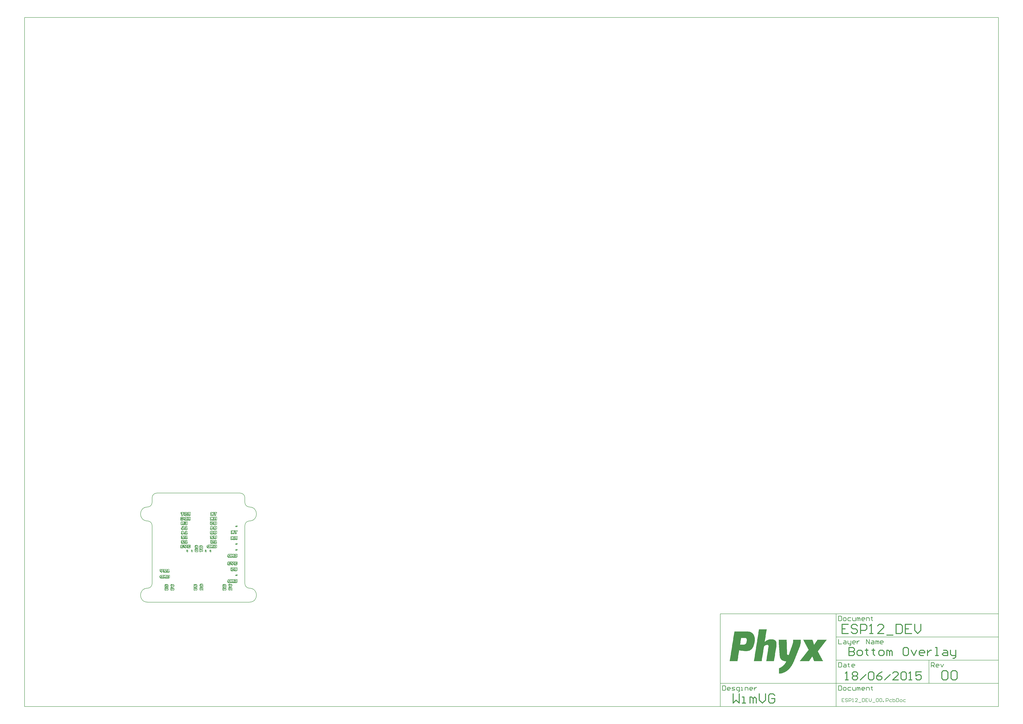
<source format=gbo>
G04 Layer_Color=32896*
%FSLAX25Y25*%
%MOIN*%
G70*
G01*
G75*
%ADD10C,0.00787*%
%ADD12C,0.01575*%
%ADD38C,0.00984*%
G36*
X111408Y88099D02*
X112032D01*
Y87475D01*
Y86872D01*
Y86248D01*
Y85625D01*
Y85009D01*
X110169D01*
Y85625D01*
X109546D01*
Y86248D01*
Y86872D01*
Y87475D01*
Y88099D01*
Y88722D01*
X111408D01*
Y88099D01*
D02*
G37*
G36*
X119409D02*
X120032D01*
Y87475D01*
Y86872D01*
Y86248D01*
Y85625D01*
Y85009D01*
X118169D01*
Y85625D01*
X117545D01*
Y86248D01*
Y86872D01*
Y87475D01*
Y88099D01*
Y88722D01*
X119409D01*
Y88099D01*
D02*
G37*
G36*
X87809D02*
X88432D01*
Y87475D01*
Y86872D01*
Y86248D01*
Y85625D01*
Y85009D01*
X86569D01*
Y85625D01*
X85945D01*
Y86248D01*
Y86872D01*
Y87475D01*
Y88099D01*
Y88722D01*
X87809D01*
Y88099D01*
D02*
G37*
G36*
X49187Y45688D02*
X49803D01*
Y45078D01*
Y44455D01*
Y43831D01*
Y43215D01*
Y42592D01*
Y41968D01*
Y41358D01*
X49187D01*
Y40748D01*
X48563D01*
Y40138D01*
X43617D01*
Y40748D01*
X43611D01*
Y40138D01*
X41137D01*
Y40748D01*
X40514D01*
Y40138D01*
X38041D01*
Y40748D01*
X38034D01*
Y40138D01*
X33698D01*
Y40748D01*
X33075D01*
Y41358D01*
X32465D01*
Y41968D01*
Y42592D01*
Y43215D01*
Y43831D01*
Y44455D01*
X33075D01*
Y45078D01*
X33698D01*
Y45688D01*
X34315D01*
Y46311D01*
X41137D01*
Y45688D01*
X41761D01*
Y46311D01*
X44227D01*
Y45688D01*
X44850D01*
Y46311D01*
X49187D01*
Y45688D01*
D02*
G37*
G36*
X48268Y55688D02*
X48891D01*
Y55078D01*
Y54455D01*
Y53831D01*
X48268D01*
Y53215D01*
Y52592D01*
X49508D01*
Y51968D01*
Y51358D01*
Y50748D01*
X48891D01*
Y50138D01*
X38362D01*
Y50748D01*
Y51358D01*
Y51968D01*
X38972D01*
Y52592D01*
X38356D01*
Y51968D01*
X37733D01*
Y51358D01*
X37110D01*
Y50748D01*
X36506D01*
Y50138D01*
X34636D01*
Y50748D01*
X34020D01*
Y51358D01*
X33397D01*
Y51968D01*
X32786D01*
Y52592D01*
Y53215D01*
Y53831D01*
Y54455D01*
Y55078D01*
Y55688D01*
X33397D01*
Y56311D01*
X35883D01*
Y55688D01*
X36506D01*
Y56311D01*
X38972D01*
Y55688D01*
X39596D01*
Y56311D01*
X43932D01*
Y55688D01*
X44548D01*
Y55078D01*
Y54455D01*
Y53831D01*
Y53215D01*
X43932D01*
Y52592D01*
X44548D01*
Y51968D01*
X44555D01*
Y52592D01*
X45172D01*
Y53215D01*
Y53831D01*
Y54455D01*
Y55078D01*
Y55688D01*
X45795D01*
Y56311D01*
X48268D01*
Y55688D01*
D02*
G37*
G36*
X84324Y144192D02*
X84941D01*
Y143582D01*
Y142958D01*
Y142335D01*
Y141719D01*
Y141095D01*
Y140472D01*
Y139862D01*
Y139252D01*
X84324D01*
Y138642D01*
X81851D01*
Y139252D01*
X81228D01*
Y138642D01*
X78755D01*
Y139252D01*
X78748D01*
Y138642D01*
X74412D01*
Y139252D01*
X73789D01*
Y139862D01*
X73172D01*
Y139252D01*
X72549D01*
Y138642D01*
X68213D01*
Y139252D01*
X67603D01*
Y139862D01*
Y140472D01*
Y141095D01*
X68213D01*
Y141719D01*
X67603D01*
Y142335D01*
Y142958D01*
Y143582D01*
X68213D01*
Y144192D01*
X68836D01*
Y144815D01*
X73172D01*
Y144192D01*
X73789D01*
Y143582D01*
X74412D01*
Y144192D01*
X75029D01*
Y144815D01*
X79365D01*
Y144192D01*
X79988D01*
Y144815D01*
X84324D01*
Y144192D01*
D02*
G37*
G36*
X84941Y152066D02*
Y151456D01*
Y150832D01*
Y150209D01*
Y149593D01*
Y148969D01*
Y148346D01*
Y147736D01*
Y147126D01*
X84324D01*
Y146516D01*
X81851D01*
Y147126D01*
X81228D01*
Y146516D01*
X78755D01*
Y147126D01*
Y147736D01*
X78748D01*
Y147126D01*
X78125D01*
Y146516D01*
X73789D01*
Y147126D01*
X73179D01*
Y147736D01*
Y148346D01*
Y148969D01*
Y149593D01*
Y150209D01*
Y150832D01*
X72549D01*
Y150209D01*
Y149593D01*
Y148969D01*
Y148346D01*
Y147736D01*
Y147126D01*
X71926D01*
Y146516D01*
X69453D01*
Y147126D01*
Y147736D01*
Y148346D01*
Y148969D01*
Y149593D01*
Y150209D01*
X68213D01*
Y150832D01*
Y151456D01*
Y152066D01*
X68836D01*
Y152689D01*
X73789D01*
Y152066D01*
X74412D01*
Y152689D01*
X78748D01*
Y152066D01*
X79988D01*
Y152689D01*
X84941D01*
Y152066D01*
D02*
G37*
G36*
X164665Y89343D02*
Y88727D01*
Y88103D01*
X164049D01*
Y87480D01*
X160952D01*
Y88103D01*
Y88727D01*
Y89343D01*
X161576D01*
Y89966D01*
X164665D01*
Y89343D01*
D02*
G37*
G36*
X128485Y104822D02*
X129108D01*
Y104212D01*
Y103588D01*
Y102965D01*
X128485D01*
Y102349D01*
Y101725D01*
X129724D01*
Y101102D01*
Y100492D01*
Y99882D01*
X129108D01*
Y99272D01*
X124148D01*
Y99882D01*
X123525D01*
Y99272D01*
X119189D01*
Y99882D01*
X118579D01*
Y100492D01*
Y101102D01*
Y101725D01*
Y102349D01*
Y102965D01*
Y103588D01*
Y104212D01*
Y104822D01*
Y105445D01*
X124765D01*
Y104822D01*
Y104212D01*
Y103588D01*
Y102965D01*
Y102349D01*
Y101725D01*
Y101102D01*
X124772D01*
Y101725D01*
X125388D01*
Y102349D01*
Y102965D01*
Y103588D01*
Y104212D01*
Y104822D01*
X126011D01*
Y105445D01*
X128485D01*
Y104822D01*
D02*
G37*
G36*
X164665Y46351D02*
Y45734D01*
Y45111D01*
X164049D01*
Y44488D01*
X160952D01*
Y45111D01*
Y45734D01*
Y46351D01*
X161576D01*
Y46974D01*
X164665D01*
Y46351D01*
D02*
G37*
G36*
Y99343D02*
Y98727D01*
Y98103D01*
X164049D01*
Y97480D01*
X160952D01*
Y98103D01*
Y98727D01*
Y99343D01*
X161576D01*
Y99966D01*
X164665D01*
Y99343D01*
D02*
G37*
G36*
X129108Y96948D02*
X129724D01*
Y96338D01*
Y95714D01*
Y95091D01*
Y94475D01*
Y93851D01*
Y93228D01*
Y92618D01*
X129108D01*
Y92008D01*
X128485D01*
Y91398D01*
X123538D01*
Y92008D01*
X123532D01*
Y91398D01*
X121059D01*
Y92008D01*
X120435D01*
Y91398D01*
X117962D01*
Y92008D01*
X117956D01*
Y91398D01*
X113620D01*
Y92008D01*
X112996D01*
Y92618D01*
X112386D01*
Y93228D01*
Y93851D01*
Y94475D01*
Y95091D01*
Y95714D01*
X112996D01*
Y96338D01*
X113620D01*
Y96948D01*
X114236D01*
Y97571D01*
X121059D01*
Y96948D01*
X121682D01*
Y97571D01*
X124148D01*
Y96948D01*
X124772D01*
Y97571D01*
X129108D01*
Y96948D01*
D02*
G37*
G36*
X80009Y88099D02*
X80632D01*
Y87475D01*
Y86872D01*
Y86248D01*
Y85625D01*
Y85009D01*
X78769D01*
Y85625D01*
X78145D01*
Y86248D01*
Y86872D01*
Y87475D01*
Y88099D01*
Y88722D01*
X80009D01*
Y88099D01*
D02*
G37*
G36*
X164665Y129343D02*
Y128727D01*
Y128103D01*
X164049D01*
Y127480D01*
X160952D01*
Y128103D01*
Y128727D01*
Y129343D01*
X161576D01*
Y129966D01*
X164665D01*
Y129343D01*
D02*
G37*
G36*
Y111200D02*
Y110590D01*
Y109966D01*
Y109343D01*
Y108727D01*
Y108103D01*
Y107480D01*
Y106870D01*
Y106260D01*
X164049D01*
Y105650D01*
X161576D01*
Y106260D01*
X160952D01*
Y105650D01*
X158479D01*
Y106260D01*
X158473D01*
Y105650D01*
X156000D01*
Y106260D01*
X155376D01*
Y105650D01*
X152903D01*
Y106260D01*
Y106870D01*
Y107480D01*
Y108103D01*
X153513D01*
Y108727D01*
X152903D01*
Y109343D01*
Y109966D01*
Y110590D01*
Y111200D01*
X153513D01*
Y111823D01*
X156000D01*
Y111200D01*
X156623D01*
Y111823D01*
X159089D01*
Y111200D01*
X159713D01*
Y111823D01*
X164665D01*
Y111200D01*
D02*
G37*
G36*
X78780Y104822D02*
X79403D01*
Y104212D01*
Y103588D01*
Y102965D01*
X78780D01*
Y102349D01*
Y101725D01*
X80020D01*
Y101102D01*
Y100492D01*
Y99882D01*
X79403D01*
Y99272D01*
X74444D01*
Y99882D01*
X73821D01*
Y99272D01*
X69484D01*
Y99882D01*
X68874D01*
Y100492D01*
Y101102D01*
Y101725D01*
Y102349D01*
Y102965D01*
Y103588D01*
Y104212D01*
X69484D01*
Y104822D01*
X70108D01*
Y105445D01*
X74444D01*
Y104822D01*
X75060D01*
Y104212D01*
Y103588D01*
Y102965D01*
X74444D01*
Y102349D01*
X75060D01*
Y101725D01*
Y101102D01*
X75067D01*
Y101725D01*
X75683D01*
Y102349D01*
Y102965D01*
Y103588D01*
Y104212D01*
Y104822D01*
X76307D01*
Y105445D01*
X78780D01*
Y104822D01*
D02*
G37*
G36*
X164049Y81200D02*
X164665D01*
Y80590D01*
Y79966D01*
Y79343D01*
Y78727D01*
Y78103D01*
Y77480D01*
Y76870D01*
X164049D01*
Y76260D01*
X163426D01*
Y75650D01*
X158479D01*
Y76260D01*
X158473D01*
Y75650D01*
X156000D01*
Y76260D01*
X155376D01*
Y75650D01*
X152903D01*
Y76260D01*
X152897D01*
Y75650D01*
X148561D01*
Y76260D01*
X147937D01*
Y76870D01*
X147327D01*
Y77480D01*
Y78103D01*
Y78727D01*
Y79343D01*
Y79966D01*
X147937D01*
Y80590D01*
X148561D01*
Y81200D01*
X149177D01*
Y81823D01*
X156000D01*
Y81200D01*
X156623D01*
Y81823D01*
X159089D01*
Y81200D01*
X159713D01*
Y81823D01*
X164049D01*
Y81200D01*
D02*
G37*
G36*
X84324Y96948D02*
X84941D01*
Y96338D01*
Y95714D01*
Y95091D01*
X84324D01*
Y94475D01*
X84941D01*
Y93851D01*
Y93228D01*
Y92618D01*
X84324D01*
Y92008D01*
X83701D01*
Y91398D01*
X79365D01*
Y92008D01*
X78755D01*
Y92618D01*
Y93228D01*
Y93851D01*
X78748D01*
Y93228D01*
X78125D01*
Y92618D01*
X77502D01*
Y92008D01*
X76898D01*
Y91398D01*
X75029D01*
Y92008D01*
X74412D01*
Y92618D01*
X73172D01*
Y92008D01*
X72549D01*
Y91398D01*
X68213D01*
Y92008D01*
X67603D01*
Y92618D01*
Y93228D01*
Y93851D01*
Y94475D01*
Y95091D01*
Y95714D01*
Y96338D01*
X68213D01*
Y96948D01*
X68836D01*
Y97571D01*
X73172D01*
Y96948D01*
X73789D01*
Y97571D01*
X76275D01*
Y96948D01*
X76898D01*
Y97571D01*
X79365D01*
Y96948D01*
X79988D01*
Y97571D01*
X84324D01*
Y96948D01*
D02*
G37*
G36*
X96855Y96161D02*
X97465D01*
Y95538D01*
X98088D01*
Y94921D01*
Y94298D01*
Y93674D01*
Y93051D01*
Y92448D01*
Y91825D01*
Y91201D01*
X97465D01*
Y90585D01*
Y89961D01*
X98088D01*
Y89345D01*
Y88722D01*
Y88099D01*
Y87475D01*
Y86872D01*
Y86248D01*
Y85625D01*
X97465D01*
Y85009D01*
X93135D01*
Y85625D01*
X92525D01*
Y86248D01*
X91915D01*
Y86872D01*
Y87475D01*
Y88099D01*
Y88722D01*
Y89345D01*
Y89961D01*
Y90585D01*
X92525D01*
Y91195D01*
X94992D01*
Y91201D01*
X94369D01*
Y91825D01*
X92525D01*
Y92448D01*
X91915D01*
Y93051D01*
Y93674D01*
Y94298D01*
Y94921D01*
Y95538D01*
X92525D01*
Y96161D01*
X93135D01*
Y96771D01*
X96855D01*
Y96161D01*
D02*
G37*
G36*
X164665Y121200D02*
Y120590D01*
Y119966D01*
X163426D01*
Y119343D01*
Y118727D01*
Y118103D01*
Y117480D01*
Y116870D01*
Y116260D01*
X162802D01*
Y115650D01*
X160329D01*
Y116260D01*
Y116870D01*
Y117480D01*
Y118103D01*
Y118727D01*
Y119343D01*
X159089D01*
Y118727D01*
X159706D01*
Y118103D01*
Y117480D01*
Y116870D01*
Y116260D01*
X159089D01*
Y115650D01*
X156616D01*
Y116260D01*
X155993D01*
Y115650D01*
X153520D01*
Y116260D01*
Y116870D01*
Y117480D01*
Y118103D01*
X154130D01*
Y118727D01*
X153520D01*
Y119343D01*
Y119966D01*
Y120590D01*
Y121200D01*
X154130D01*
Y121823D01*
X156616D01*
Y121200D01*
X157239D01*
Y121823D01*
X159706D01*
Y121200D01*
X159713D01*
Y121823D01*
X164665D01*
Y121200D01*
D02*
G37*
G36*
X104855Y95544D02*
X105465D01*
Y94921D01*
X106088D01*
Y94304D01*
Y93681D01*
Y93058D01*
Y92435D01*
Y91831D01*
Y91208D01*
Y90585D01*
X105465D01*
Y89968D01*
X101745D01*
Y89961D01*
X102369D01*
Y89345D01*
X105465D01*
Y88722D01*
X106088D01*
Y88099D01*
Y87475D01*
Y86872D01*
Y86248D01*
X105465D01*
Y85625D01*
X103609D01*
Y86248D01*
X102369D01*
Y85625D01*
Y85009D01*
X100525D01*
Y85625D01*
X99915D01*
Y86248D01*
Y86872D01*
Y87475D01*
Y88099D01*
Y88722D01*
Y89345D01*
Y89961D01*
Y90585D01*
X100525D01*
Y91208D01*
X99915D01*
Y91831D01*
Y92435D01*
Y93058D01*
Y93681D01*
Y94304D01*
Y94921D01*
Y95544D01*
X100525D01*
Y96154D01*
X104855D01*
Y95544D01*
D02*
G37*
G36*
X164049Y58208D02*
X164665D01*
Y57598D01*
Y56974D01*
Y56351D01*
Y55734D01*
Y55111D01*
Y54488D01*
Y53878D01*
X164049D01*
Y53268D01*
X163426D01*
Y52658D01*
X159089D01*
Y53268D01*
X158479D01*
Y53878D01*
X158473D01*
Y53268D01*
X157850D01*
Y52658D01*
X153513D01*
Y53268D01*
X152903D01*
Y53878D01*
Y54488D01*
Y55111D01*
Y55734D01*
Y56351D01*
Y56974D01*
Y57598D01*
Y58208D01*
Y58831D01*
X159089D01*
Y58208D01*
X159713D01*
Y58831D01*
X164049D01*
Y58208D01*
D02*
G37*
G36*
X80020Y136318D02*
Y135708D01*
Y135084D01*
Y134461D01*
Y133845D01*
Y133221D01*
Y132598D01*
Y131988D01*
Y131378D01*
X79403D01*
Y130768D01*
X73834D01*
Y131378D01*
X73827D01*
Y130768D01*
X71354D01*
Y131378D01*
X70731D01*
Y130768D01*
X68258D01*
Y131378D01*
Y131988D01*
Y132598D01*
Y133221D01*
Y133845D01*
Y134461D01*
Y135084D01*
Y135708D01*
Y136318D01*
X68868D01*
Y136941D01*
X71354D01*
Y136318D01*
X71977D01*
Y136941D01*
X80020D01*
Y136318D01*
D02*
G37*
G36*
X164049Y38208D02*
X164665D01*
Y37598D01*
Y36974D01*
Y36351D01*
Y35734D01*
Y35111D01*
Y34488D01*
Y33878D01*
X164049D01*
Y33268D01*
X163426D01*
Y32658D01*
X158479D01*
Y33268D01*
X158473D01*
Y32658D01*
X156000D01*
Y33268D01*
X155376D01*
Y32658D01*
X152903D01*
Y33268D01*
X152897D01*
Y32658D01*
X148561D01*
Y33268D01*
X147937D01*
Y33878D01*
X147327D01*
Y34488D01*
Y35111D01*
Y35734D01*
Y36351D01*
Y36974D01*
X147937D01*
Y37598D01*
X148561D01*
Y38208D01*
X149177D01*
Y38831D01*
X156000D01*
Y38208D01*
X156623D01*
Y38831D01*
X159089D01*
Y38208D01*
X159713D01*
Y38831D01*
X164049D01*
Y38208D01*
D02*
G37*
G36*
X78780Y128444D02*
X79403D01*
Y127834D01*
Y127210D01*
Y126587D01*
X78780D01*
Y125971D01*
Y125347D01*
X80020D01*
Y124724D01*
Y124114D01*
Y123504D01*
X79403D01*
Y122894D01*
X74444D01*
Y123504D01*
X73821D01*
Y122894D01*
X69484D01*
Y123504D01*
X68874D01*
Y124114D01*
Y124724D01*
Y125347D01*
Y125971D01*
X69484D01*
Y126587D01*
X70108D01*
Y127210D01*
Y127834D01*
Y128444D01*
X70724D01*
Y129067D01*
X73821D01*
Y128444D01*
X74444D01*
Y127834D01*
X75060D01*
Y127210D01*
Y126587D01*
Y125971D01*
Y125347D01*
Y124724D01*
X75067D01*
Y125347D01*
X75683D01*
Y125971D01*
Y126587D01*
Y127210D01*
Y127834D01*
Y128444D01*
X76307D01*
Y129067D01*
X78780D01*
Y128444D01*
D02*
G37*
G36*
Y112696D02*
X79403D01*
Y112086D01*
Y111462D01*
Y110839D01*
X78780D01*
Y110223D01*
Y109599D01*
X80020D01*
Y108976D01*
Y108366D01*
Y107756D01*
X79403D01*
Y107146D01*
X68874D01*
Y107756D01*
Y108366D01*
Y108976D01*
X69484D01*
Y109599D01*
X68874D01*
Y110223D01*
Y110839D01*
Y111462D01*
Y112086D01*
X69484D01*
Y112696D01*
X70108D01*
Y113319D01*
X74444D01*
Y112696D01*
X75060D01*
Y112086D01*
Y111462D01*
Y110839D01*
Y110223D01*
X74444D01*
Y109599D01*
X75060D01*
Y108976D01*
X75067D01*
Y109599D01*
X75683D01*
Y110223D01*
Y110839D01*
Y111462D01*
Y112086D01*
Y112696D01*
X76307D01*
Y113319D01*
X78780D01*
Y112696D01*
D02*
G37*
G36*
X164049Y68208D02*
X164665D01*
Y67598D01*
Y66974D01*
Y66351D01*
X164049D01*
Y65734D01*
X164665D01*
Y65111D01*
Y64488D01*
Y63878D01*
X164049D01*
Y63268D01*
X163426D01*
Y62658D01*
X159089D01*
Y63268D01*
X158479D01*
Y63878D01*
Y64488D01*
Y65111D01*
X158473D01*
Y64488D01*
X157850D01*
Y63878D01*
X157226D01*
Y63268D01*
X156623D01*
Y62658D01*
X154753D01*
Y63268D01*
X154137D01*
Y63878D01*
X152897D01*
Y63268D01*
X152273D01*
Y62658D01*
X147937D01*
Y63268D01*
X147327D01*
Y63878D01*
Y64488D01*
Y65111D01*
Y65734D01*
Y66351D01*
Y66974D01*
Y67598D01*
X147937D01*
Y68208D01*
X148561D01*
Y68831D01*
X152897D01*
Y68208D01*
X153513D01*
Y68831D01*
X156000D01*
Y68208D01*
X156623D01*
Y68831D01*
X159089D01*
Y68208D01*
X159713D01*
Y68831D01*
X164049D01*
Y68208D01*
D02*
G37*
G36*
X78780Y120570D02*
X79403D01*
Y119960D01*
Y119336D01*
Y118713D01*
X78780D01*
Y118097D01*
Y117473D01*
X80020D01*
Y116850D01*
Y116240D01*
Y115630D01*
X79403D01*
Y115020D01*
X74444D01*
Y115630D01*
X71971D01*
Y115020D01*
X69484D01*
Y115630D01*
X68874D01*
Y116240D01*
Y116850D01*
Y117473D01*
X69484D01*
Y118097D01*
Y118713D01*
Y119336D01*
Y119960D01*
Y120570D01*
X70108D01*
Y121193D01*
X72594D01*
Y120570D01*
X73197D01*
Y119960D01*
X73821D01*
Y119336D01*
X74444D01*
Y118713D01*
X75060D01*
Y118097D01*
Y117473D01*
Y116850D01*
X75067D01*
Y117473D01*
X75683D01*
Y118097D01*
Y118713D01*
Y119336D01*
Y119960D01*
Y120570D01*
X76307D01*
Y121193D01*
X78780D01*
Y120570D01*
D02*
G37*
G36*
X95275Y29925D02*
X95885D01*
Y29302D01*
X96508D01*
Y28685D01*
Y28062D01*
Y27439D01*
Y26816D01*
Y26212D01*
Y25589D01*
Y24966D01*
X95885D01*
Y24349D01*
X93412D01*
Y24966D01*
X92788D01*
Y24349D01*
X92165D01*
Y24343D01*
X92788D01*
Y23726D01*
X95885D01*
Y23103D01*
X96508D01*
Y22479D01*
Y21856D01*
Y21253D01*
Y20630D01*
X95885D01*
Y20006D01*
X94028D01*
Y20630D01*
X92788D01*
Y20006D01*
Y19390D01*
X90945D01*
Y20006D01*
X90335D01*
Y20630D01*
Y21253D01*
Y21856D01*
Y22479D01*
Y23103D01*
Y23726D01*
Y24343D01*
Y24966D01*
Y25589D01*
Y26212D01*
Y26816D01*
Y27439D01*
Y28062D01*
Y28685D01*
Y29302D01*
Y29925D01*
Y30535D01*
X92165D01*
Y29925D01*
X92788D01*
Y30535D01*
X95275D01*
Y29925D01*
D02*
G37*
G36*
X105275Y30542D02*
X105885D01*
Y29919D01*
X106508D01*
Y29302D01*
Y28679D01*
Y28056D01*
Y27432D01*
Y26829D01*
Y26206D01*
Y25582D01*
X105885D01*
Y24966D01*
Y24343D01*
X106508D01*
Y23726D01*
Y23103D01*
Y22479D01*
Y21856D01*
Y21253D01*
Y20630D01*
Y20006D01*
X105885D01*
Y19390D01*
X101555D01*
Y20006D01*
X100945D01*
Y20630D01*
X100335D01*
Y21253D01*
Y21856D01*
Y22479D01*
Y23103D01*
Y23726D01*
Y24343D01*
Y24966D01*
X100945D01*
Y25576D01*
X103412D01*
Y25582D01*
X102788D01*
Y26206D01*
X100945D01*
Y26829D01*
X100335D01*
Y27432D01*
Y28056D01*
Y28679D01*
Y29302D01*
Y29919D01*
X100945D01*
Y30542D01*
X101555D01*
Y31152D01*
X105275D01*
Y30542D01*
D02*
G37*
G36*
X129108Y128444D02*
X129724D01*
Y127834D01*
Y127210D01*
Y126587D01*
Y125971D01*
Y125347D01*
Y124724D01*
Y124114D01*
X129108D01*
Y123504D01*
X128485D01*
Y122894D01*
X124148D01*
Y123504D01*
X123538D01*
Y124114D01*
X123532D01*
Y123504D01*
X121059D01*
Y122894D01*
X118572D01*
Y123504D01*
X117962D01*
Y124114D01*
Y124724D01*
Y125347D01*
X118572D01*
Y125971D01*
Y126587D01*
Y127210D01*
Y127834D01*
Y128444D01*
X119196D01*
Y129067D01*
X121682D01*
Y128444D01*
X122285D01*
Y127834D01*
X122909D01*
Y127210D01*
X123532D01*
Y126587D01*
X123538D01*
Y127210D01*
Y127834D01*
X124148D01*
Y128444D01*
X124772D01*
Y129067D01*
X129108D01*
Y128444D01*
D02*
G37*
G36*
X144487Y29925D02*
X145097D01*
Y29302D01*
X145721D01*
Y28685D01*
Y28062D01*
Y27439D01*
Y26816D01*
Y26212D01*
Y25589D01*
Y24966D01*
X145097D01*
Y24349D01*
X141378D01*
Y24343D01*
X142001D01*
Y23726D01*
X145097D01*
Y23103D01*
X145721D01*
Y22479D01*
Y21856D01*
Y21253D01*
Y20630D01*
X145097D01*
Y20006D01*
X143241D01*
Y20630D01*
X142001D01*
Y20006D01*
Y19390D01*
X140158D01*
Y20006D01*
X139548D01*
Y20630D01*
Y21253D01*
Y21856D01*
Y22479D01*
Y23103D01*
Y23726D01*
Y24343D01*
Y24966D01*
X140158D01*
Y25589D01*
X139548D01*
Y26212D01*
Y26816D01*
Y27439D01*
Y28062D01*
Y28685D01*
Y29302D01*
Y29925D01*
X140158D01*
Y30535D01*
X144487D01*
Y29925D01*
D02*
G37*
G36*
X129108Y120570D02*
X129724D01*
Y119960D01*
Y119336D01*
Y118713D01*
Y118097D01*
Y117473D01*
Y116850D01*
Y116240D01*
X129108D01*
Y115630D01*
X128485D01*
Y115020D01*
X124148D01*
Y115630D01*
X123538D01*
Y116240D01*
X123532D01*
Y115630D01*
X122909D01*
Y115020D01*
X118572D01*
Y115630D01*
X117962D01*
Y116240D01*
Y116850D01*
Y117473D01*
Y118097D01*
Y118713D01*
Y119336D01*
Y119960D01*
X118572D01*
Y120570D01*
X119196D01*
Y121193D01*
X123532D01*
Y120570D01*
X124772D01*
Y121193D01*
X129108D01*
Y120570D01*
D02*
G37*
G36*
X53576Y29925D02*
X56672D01*
Y29302D01*
X57295D01*
Y28685D01*
Y28062D01*
Y27439D01*
Y26816D01*
X56672D01*
Y26212D01*
X56062D01*
Y25589D01*
X55439D01*
Y24966D01*
X54816D01*
Y24349D01*
X52953D01*
Y24343D01*
X53576D01*
Y23726D01*
X56672D01*
Y23103D01*
X57295D01*
Y22479D01*
Y21856D01*
Y21253D01*
Y20630D01*
X56672D01*
Y20006D01*
X54816D01*
Y20630D01*
X53576D01*
Y20006D01*
Y19390D01*
X51732D01*
Y20006D01*
X51122D01*
Y20630D01*
Y21253D01*
Y21856D01*
Y22479D01*
Y23103D01*
Y23726D01*
Y24343D01*
Y24966D01*
X51732D01*
Y25589D01*
Y26212D01*
Y26816D01*
Y27439D01*
X51122D01*
Y28062D01*
Y28685D01*
Y29302D01*
Y29925D01*
X51732D01*
Y30535D01*
X53576D01*
Y29925D01*
D02*
G37*
G36*
X129724Y152066D02*
Y151456D01*
Y150832D01*
X128485D01*
Y150209D01*
Y149593D01*
Y148969D01*
Y148346D01*
Y147736D01*
Y147126D01*
X127861D01*
Y146516D01*
X125388D01*
Y147126D01*
Y147736D01*
Y148346D01*
Y148969D01*
Y149593D01*
Y150209D01*
X124148D01*
Y149593D01*
X124765D01*
Y148969D01*
Y148346D01*
Y147736D01*
Y147126D01*
X124148D01*
Y146516D01*
X121675D01*
Y147126D01*
X121052D01*
Y146516D01*
X118579D01*
Y147126D01*
Y147736D01*
Y148346D01*
Y148969D01*
X119189D01*
Y149593D01*
X118579D01*
Y150209D01*
Y150832D01*
Y151456D01*
Y152066D01*
X119189D01*
Y152689D01*
X121675D01*
Y152066D01*
X122299D01*
Y152689D01*
X124765D01*
Y152066D01*
X124772D01*
Y152689D01*
X129724D01*
Y152066D01*
D02*
G37*
G36*
X46062Y29925D02*
X46672D01*
Y29302D01*
X47295D01*
Y28685D01*
Y28062D01*
Y27439D01*
Y26816D01*
Y26212D01*
Y25589D01*
Y24966D01*
X46672D01*
Y24349D01*
X44816D01*
Y24966D01*
X44199D01*
Y24349D01*
X42953D01*
Y24343D01*
X43576D01*
Y23726D01*
X46672D01*
Y23103D01*
X47295D01*
Y22479D01*
Y21856D01*
Y21253D01*
Y20630D01*
X46672D01*
Y20006D01*
X44816D01*
Y20630D01*
X43576D01*
Y20006D01*
Y19390D01*
X41732D01*
Y20006D01*
X41122D01*
Y20630D01*
Y21253D01*
Y21856D01*
Y22479D01*
Y23103D01*
Y23726D01*
Y24343D01*
Y24966D01*
X41732D01*
Y25589D01*
X41122D01*
Y26212D01*
Y26816D01*
Y27439D01*
Y28062D01*
Y28685D01*
Y29302D01*
Y29925D01*
X41732D01*
Y30535D01*
X46062D01*
Y29925D01*
D02*
G37*
G36*
X129108Y136318D02*
X129724D01*
Y135708D01*
Y135084D01*
Y134461D01*
Y133845D01*
Y133221D01*
Y132598D01*
Y131988D01*
X129108D01*
Y131378D01*
X128485D01*
Y130768D01*
X124148D01*
Y131378D01*
X123538D01*
Y131988D01*
X123532D01*
Y131378D01*
X122909D01*
Y130768D01*
X118572D01*
Y131378D01*
X117962D01*
Y131988D01*
Y132598D01*
Y133221D01*
Y133845D01*
Y134461D01*
Y135084D01*
Y135708D01*
Y136318D01*
Y136941D01*
X124148D01*
Y136318D01*
X124772D01*
Y136941D01*
X129108D01*
Y136318D01*
D02*
G37*
G36*
X129724Y144192D02*
Y143582D01*
Y142958D01*
Y142335D01*
Y141719D01*
Y141095D01*
Y140472D01*
Y139862D01*
Y139252D01*
X129108D01*
Y138642D01*
X126635D01*
Y139252D01*
X126011D01*
Y138642D01*
X123538D01*
Y139252D01*
X123532D01*
Y138642D01*
X121059D01*
Y139252D01*
X120435D01*
Y138642D01*
X117962D01*
Y139252D01*
Y139862D01*
Y140472D01*
Y141095D01*
X118572D01*
Y141719D01*
X117962D01*
Y142335D01*
Y142958D01*
Y143582D01*
Y144192D01*
X118572D01*
Y144815D01*
X121059D01*
Y144192D01*
X121682D01*
Y144815D01*
X124148D01*
Y144192D01*
X124772D01*
Y144815D01*
X129724D01*
Y144192D01*
D02*
G37*
G36*
X129108Y112696D02*
X129724D01*
Y112086D01*
Y111462D01*
Y110839D01*
Y110223D01*
Y109599D01*
Y108976D01*
Y108366D01*
X129108D01*
Y107756D01*
X128485D01*
Y107146D01*
X124148D01*
Y107756D01*
X123532D01*
Y107146D01*
X117962D01*
Y107756D01*
Y108366D01*
Y108976D01*
X118572D01*
Y109599D01*
X117962D01*
Y110223D01*
Y110839D01*
Y111462D01*
Y112086D01*
X118572D01*
Y112696D01*
X119196D01*
Y113319D01*
X123532D01*
Y112696D01*
X124772D01*
Y113319D01*
X129108D01*
Y112696D01*
D02*
G37*
G36*
X152001Y30542D02*
X155097D01*
Y29919D01*
X155720D01*
Y29302D01*
Y28679D01*
Y28056D01*
Y27432D01*
X155097D01*
Y26829D01*
X154487D01*
Y26206D01*
X153864D01*
Y25582D01*
X153241D01*
Y25576D01*
X154487D01*
Y24966D01*
X155097D01*
Y24343D01*
X155720D01*
Y23726D01*
Y23103D01*
Y22479D01*
Y21856D01*
Y21253D01*
Y20630D01*
Y20006D01*
X155097D01*
Y19390D01*
X150768D01*
Y20006D01*
X150158D01*
Y20630D01*
X149548D01*
Y21253D01*
Y21856D01*
Y22479D01*
Y23103D01*
Y23726D01*
Y24343D01*
Y24966D01*
X150158D01*
Y25576D01*
X150768D01*
Y25582D01*
X150158D01*
Y26206D01*
Y26829D01*
Y27432D01*
Y28056D01*
X149548D01*
Y28679D01*
Y29302D01*
Y29919D01*
Y30542D01*
X150158D01*
Y31152D01*
X152001D01*
Y30542D01*
D02*
G37*
%LPC*%
G36*
X78157Y104822D02*
X76930D01*
Y104212D01*
Y103588D01*
Y102965D01*
Y102349D01*
Y101725D01*
Y101102D01*
X75683D01*
Y100492D01*
X79403D01*
Y101102D01*
X78157D01*
Y101725D01*
Y102349D01*
Y102965D01*
Y103588D01*
X78780D01*
Y104212D01*
X78157D01*
Y104822D01*
D02*
G37*
G36*
X73821D02*
X70724D01*
Y104212D01*
X70108D01*
Y103588D01*
Y102965D01*
X70724D01*
Y102349D01*
X70108D01*
Y101725D01*
Y101102D01*
X70724D01*
Y100492D01*
X73821D01*
Y101102D01*
X74444D01*
Y101725D01*
X73197D01*
Y101102D01*
X71347D01*
Y101725D01*
Y102349D01*
X72594D01*
Y102965D01*
X71347D01*
Y103588D01*
Y104212D01*
X73197D01*
Y103588D01*
X74444D01*
Y104212D01*
X73821D01*
Y104822D01*
D02*
G37*
G36*
X124148Y104822D02*
X119812D01*
Y104212D01*
X122902D01*
Y103588D01*
X120429D01*
Y102965D01*
X119812D01*
Y102349D01*
Y101725D01*
Y101102D01*
X120429D01*
Y100492D01*
X123525D01*
Y101102D01*
X124148D01*
Y101725D01*
X122902D01*
Y101102D01*
X121052D01*
Y101725D01*
Y102349D01*
Y102965D01*
X124148D01*
Y103588D01*
Y104212D01*
Y104822D01*
D02*
G37*
G36*
X123538Y142335D02*
X123532D01*
Y141719D01*
X123538D01*
Y142335D01*
D02*
G37*
G36*
X117956Y96948D02*
X114859D01*
Y96338D01*
X114236D01*
Y95714D01*
X113620D01*
Y95091D01*
Y94475D01*
Y93851D01*
X114236D01*
Y93228D01*
X114859D01*
Y92618D01*
X117956D01*
Y93228D01*
Y93851D01*
Y94475D01*
Y95091D01*
Y95714D01*
Y96338D01*
Y96948D01*
D02*
G37*
G36*
X123532Y136318D02*
X119196D01*
Y135708D01*
X122285D01*
Y135084D01*
X119812D01*
Y134461D01*
X119196D01*
Y133845D01*
Y133221D01*
Y132598D01*
X119812D01*
Y131988D01*
X122909D01*
Y132598D01*
X123532D01*
Y133221D01*
X122285D01*
Y132598D01*
X120435D01*
Y133221D01*
Y133845D01*
Y134461D01*
X123532D01*
Y135084D01*
Y135708D01*
Y136318D01*
D02*
G37*
G36*
X78157Y112696D02*
X76930D01*
Y112086D01*
Y111462D01*
Y110839D01*
Y110223D01*
Y109599D01*
Y108976D01*
X75683D01*
Y108366D01*
X79403D01*
Y108976D01*
X78157D01*
Y109599D01*
Y110223D01*
Y110839D01*
Y111462D01*
X78780D01*
Y112086D01*
X78157D01*
Y112696D01*
D02*
G37*
G36*
X73821D02*
X70724D01*
Y112086D01*
X70108D01*
Y111462D01*
Y110839D01*
X70724D01*
Y110223D01*
X71347D01*
Y109599D01*
X71971D01*
Y108976D01*
X70108D01*
Y108366D01*
X74444D01*
Y108976D01*
X73821D01*
Y109599D01*
X73197D01*
Y110223D01*
X72594D01*
Y110839D01*
X71971D01*
Y111462D01*
X71347D01*
Y112086D01*
X73197D01*
Y111462D01*
Y110839D01*
X74444D01*
Y111462D01*
Y112086D01*
X73821D01*
Y112696D01*
D02*
G37*
G36*
X123532Y144192D02*
X122285D01*
Y143582D01*
X121682D01*
Y142958D01*
X121059D01*
Y143582D01*
X120435D01*
Y144192D01*
X119196D01*
Y143582D01*
Y142958D01*
X119812D01*
Y142335D01*
X120435D01*
Y141719D01*
X119812D01*
Y141095D01*
X119196D01*
Y140472D01*
Y139862D01*
X120435D01*
Y140472D01*
X121059D01*
Y141095D01*
X121682D01*
Y140472D01*
X122285D01*
Y139862D01*
X123532D01*
Y140472D01*
Y141095D01*
X122909D01*
Y141719D01*
X122285D01*
Y142335D01*
X122909D01*
Y142958D01*
X123532D01*
Y143582D01*
Y144192D01*
D02*
G37*
G36*
X78748Y96948D02*
X77502D01*
Y96338D01*
Y95714D01*
Y95091D01*
Y94475D01*
X76898D01*
Y93851D01*
X76275D01*
Y94475D01*
X75652D01*
Y95091D01*
Y95714D01*
Y96338D01*
Y96948D01*
X74412D01*
Y96338D01*
Y95714D01*
Y95091D01*
Y94475D01*
X75029D01*
Y93851D01*
X75652D01*
Y93228D01*
X76275D01*
Y92618D01*
X76898D01*
Y93228D01*
X77502D01*
Y93851D01*
X78125D01*
Y94475D01*
X78748D01*
Y95091D01*
Y95714D01*
Y96338D01*
Y96948D01*
D02*
G37*
G36*
X101745Y89345D02*
X101135D01*
Y88722D01*
Y88099D01*
Y87475D01*
Y86872D01*
Y86248D01*
Y85625D01*
X101745D01*
Y86248D01*
Y86872D01*
X104232D01*
Y86248D01*
X104855D01*
Y86872D01*
X105465D01*
Y87475D01*
Y88099D01*
X101745D01*
Y88722D01*
Y89345D01*
D02*
G37*
G36*
X124148Y152066D02*
X122902D01*
Y151456D01*
X122299D01*
Y150832D01*
X121675D01*
Y151456D01*
X121052D01*
Y152066D01*
X119812D01*
Y151456D01*
Y150832D01*
X120429D01*
Y150209D01*
X121052D01*
Y149593D01*
X120429D01*
Y148969D01*
X119812D01*
Y148346D01*
Y147736D01*
X121052D01*
Y148346D01*
X121675D01*
Y148969D01*
X122299D01*
Y148346D01*
X122902D01*
Y147736D01*
X124148D01*
Y148346D01*
Y148969D01*
X123525D01*
Y149593D01*
X122902D01*
Y150209D01*
X123525D01*
Y150832D01*
X124148D01*
Y151456D01*
Y152066D01*
D02*
G37*
G36*
X104855Y94921D02*
X101745D01*
Y94304D01*
X101135D01*
Y93681D01*
Y93058D01*
Y92435D01*
Y91831D01*
Y91208D01*
X101745D01*
Y90585D01*
X104855D01*
Y91208D01*
X105465D01*
Y91831D01*
Y92435D01*
Y93058D01*
Y93681D01*
Y94304D01*
X104855D01*
Y94921D01*
D02*
G37*
G36*
X96855Y89961D02*
X93745D01*
Y89345D01*
X93135D01*
Y88722D01*
Y88099D01*
Y87475D01*
Y86872D01*
Y86248D01*
X93745D01*
Y85625D01*
X96855D01*
Y86248D01*
X97465D01*
Y86872D01*
Y87475D01*
Y88099D01*
Y88722D01*
Y89345D01*
X96855D01*
Y89961D01*
D02*
G37*
G36*
X129108Y152066D02*
X125388D01*
Y151456D01*
X126635D01*
Y150832D01*
Y150209D01*
Y149593D01*
Y148969D01*
Y148346D01*
Y147736D01*
X127861D01*
Y148346D01*
Y148969D01*
Y149593D01*
Y150209D01*
Y150832D01*
Y151456D01*
X129108D01*
Y152066D01*
D02*
G37*
G36*
Y144192D02*
X125388D01*
Y143582D01*
X124772D01*
Y142958D01*
Y142335D01*
X125388D01*
Y141719D01*
X124772D01*
Y141095D01*
Y140472D01*
Y139862D01*
X126011D01*
Y140472D01*
Y141095D01*
Y141719D01*
X127861D01*
Y141095D01*
Y140472D01*
Y139862D01*
X129108D01*
Y140472D01*
Y141095D01*
Y141719D01*
Y142335D01*
Y142958D01*
Y143582D01*
Y144192D01*
D02*
G37*
G36*
X73179Y95091D02*
X73172D01*
Y94475D01*
X73179D01*
Y95091D01*
D02*
G37*
G36*
X72549Y96948D02*
X69453D01*
Y96338D01*
X68836D01*
Y95714D01*
Y95091D01*
X69453D01*
Y94475D01*
X68836D01*
Y93851D01*
Y93228D01*
X69453D01*
Y92618D01*
X72549D01*
Y93228D01*
X73172D01*
Y93851D01*
X71926D01*
Y93228D01*
X70076D01*
Y93851D01*
Y94475D01*
X71322D01*
Y95091D01*
X70076D01*
Y95714D01*
Y96338D01*
X71926D01*
Y95714D01*
X73172D01*
Y96338D01*
X72549D01*
Y96948D01*
D02*
G37*
G36*
X127861Y104822D02*
X126635D01*
Y104212D01*
Y103588D01*
Y102965D01*
Y102349D01*
Y101725D01*
Y101102D01*
X125388D01*
Y100492D01*
X129108D01*
Y101102D01*
X127861D01*
Y101725D01*
Y102349D01*
Y102965D01*
Y103588D01*
X128485D01*
Y104212D01*
X127861D01*
Y104822D01*
D02*
G37*
G36*
X83701Y96948D02*
X80605D01*
Y96338D01*
X79988D01*
Y95714D01*
Y95091D01*
X80605D01*
Y94475D01*
X79988D01*
Y93851D01*
Y93228D01*
X80605D01*
Y92618D01*
X83701D01*
Y93228D01*
X84324D01*
Y93851D01*
X83078D01*
Y93228D01*
X81228D01*
Y93851D01*
Y94475D01*
X82474D01*
Y95091D01*
X81228D01*
Y95714D01*
Y96338D01*
X83078D01*
Y95714D01*
X84324D01*
Y96338D01*
X83701D01*
Y96948D01*
D02*
G37*
G36*
X78157Y120570D02*
X76930D01*
Y119960D01*
Y119336D01*
Y118713D01*
Y118097D01*
Y117473D01*
Y116850D01*
X75683D01*
Y116240D01*
X79403D01*
Y116850D01*
X78157D01*
Y117473D01*
Y118097D01*
Y118713D01*
Y119336D01*
X78780D01*
Y119960D01*
X78157D01*
Y120570D01*
D02*
G37*
G36*
X84324Y152066D02*
X80605D01*
Y151456D01*
X79988D01*
Y150832D01*
Y150209D01*
X80605D01*
Y149593D01*
X79988D01*
Y148969D01*
Y148346D01*
Y147736D01*
X81228D01*
Y148346D01*
Y148969D01*
Y149593D01*
X83078D01*
Y148969D01*
Y148346D01*
Y147736D01*
X84324D01*
Y148346D01*
Y148969D01*
Y149593D01*
Y150209D01*
Y150832D01*
Y151456D01*
Y152066D01*
D02*
G37*
G36*
X122909Y120570D02*
X119812D01*
Y119960D01*
X119196D01*
Y119336D01*
Y118713D01*
Y118097D01*
Y117473D01*
Y116850D01*
X119812D01*
Y116240D01*
X122909D01*
Y116850D01*
X123532D01*
Y117473D01*
Y118097D01*
Y118713D01*
Y119336D01*
Y119960D01*
X122909D01*
Y120570D01*
D02*
G37*
G36*
X123532Y96948D02*
X122285D01*
Y96338D01*
X121682D01*
Y95714D01*
X121059D01*
Y95091D01*
X120435D01*
Y95714D01*
Y96338D01*
Y96948D01*
X119196D01*
Y96338D01*
Y95714D01*
Y95091D01*
Y94475D01*
Y93851D01*
Y93228D01*
Y92618D01*
X120435D01*
Y93228D01*
Y93851D01*
X121059D01*
Y94475D01*
X121682D01*
Y95091D01*
X122285D01*
Y94475D01*
Y93851D01*
Y93228D01*
Y92618D01*
X123532D01*
Y93228D01*
Y93851D01*
Y94475D01*
Y95091D01*
Y95714D01*
Y96338D01*
Y96948D01*
D02*
G37*
G36*
X83701Y144192D02*
X80605D01*
Y143582D01*
X79988D01*
Y142958D01*
Y142335D01*
Y141719D01*
Y141095D01*
Y140472D01*
Y139862D01*
X81228D01*
Y140472D01*
Y141095D01*
X83078D01*
Y140472D01*
Y139862D01*
X84324D01*
Y140472D01*
Y141095D01*
Y141719D01*
Y142335D01*
Y142958D01*
Y143582D01*
X83701D01*
Y144192D01*
D02*
G37*
G36*
X78748D02*
X75652D01*
Y143582D01*
X75029D01*
Y142958D01*
X74412D01*
Y142335D01*
Y141719D01*
Y141095D01*
X75029D01*
Y140472D01*
X75652D01*
Y139862D01*
X78748D01*
Y140472D01*
Y141095D01*
Y141719D01*
Y142335D01*
Y142958D01*
Y143582D01*
Y144192D01*
D02*
G37*
G36*
X73172Y152066D02*
X69453D01*
Y151456D01*
X70699D01*
Y150832D01*
Y150209D01*
Y149593D01*
Y148969D01*
Y148346D01*
Y147736D01*
X71926D01*
Y148346D01*
Y148969D01*
Y149593D01*
Y150209D01*
Y150832D01*
Y151456D01*
X73172D01*
Y152066D01*
D02*
G37*
G36*
X128485Y112696D02*
X125388D01*
Y112086D01*
X124772D01*
Y111462D01*
Y110839D01*
Y110223D01*
Y109599D01*
Y108976D01*
X125388D01*
Y108366D01*
X128485D01*
Y108976D01*
X129108D01*
Y109599D01*
Y110223D01*
Y110839D01*
Y111462D01*
Y112086D01*
X128485D01*
Y112696D01*
D02*
G37*
G36*
X123538Y110223D02*
X123532D01*
Y109599D01*
X123538D01*
Y110223D01*
D02*
G37*
G36*
X128485Y120570D02*
X125388D01*
Y119960D01*
X124772D01*
Y119336D01*
Y118713D01*
Y118097D01*
Y117473D01*
Y116850D01*
X125388D01*
Y116240D01*
X128485D01*
Y116850D01*
X129108D01*
Y117473D01*
Y118097D01*
Y118713D01*
Y119336D01*
Y119960D01*
X128485D01*
Y120570D01*
D02*
G37*
G36*
X78125Y152066D02*
X75029D01*
Y151456D01*
X74412D01*
Y150832D01*
X75652D01*
Y151456D01*
X77502D01*
Y150832D01*
Y150209D01*
X75029D01*
Y149593D01*
X74412D01*
Y148969D01*
Y148346D01*
X75029D01*
Y147736D01*
X78125D01*
Y148346D01*
X78748D01*
Y148969D01*
X77502D01*
Y148346D01*
X75652D01*
Y148969D01*
Y149593D01*
X78125D01*
Y150209D01*
X78748D01*
Y150832D01*
Y151456D01*
X78125D01*
Y152066D01*
D02*
G37*
G36*
X72549Y144192D02*
X69453D01*
Y143582D01*
X68836D01*
Y142958D01*
X70076D01*
Y143582D01*
X71926D01*
Y142958D01*
Y142335D01*
Y141719D01*
Y141095D01*
Y140472D01*
X70076D01*
Y141095D01*
X68836D01*
Y140472D01*
X69453D01*
Y139862D01*
X72549D01*
Y140472D01*
X73172D01*
Y141095D01*
Y141719D01*
Y142335D01*
Y142958D01*
Y143582D01*
X72549D01*
Y144192D01*
D02*
G37*
G36*
X73197Y128444D02*
X71347D01*
Y127834D01*
X72594D01*
Y127210D01*
X73197D01*
Y126587D01*
X70724D01*
Y125971D01*
X70108D01*
Y125347D01*
Y124724D01*
X70724D01*
Y124114D01*
X73821D01*
Y124724D01*
X74444D01*
Y125347D01*
Y125971D01*
Y126587D01*
Y127210D01*
X73821D01*
Y127834D01*
X73197D01*
Y128444D01*
D02*
G37*
G36*
X128485Y96948D02*
X125388D01*
Y96338D01*
X124772D01*
Y95714D01*
X126011D01*
Y96338D01*
X127861D01*
Y95714D01*
Y95091D01*
Y94475D01*
Y93851D01*
Y93228D01*
X126011D01*
Y93851D01*
Y94475D01*
X126635D01*
Y95091D01*
X124772D01*
Y94475D01*
Y93851D01*
Y93228D01*
Y92618D01*
X125388D01*
Y93228D01*
X126011D01*
Y92618D01*
X128485D01*
Y93228D01*
X129108D01*
Y93851D01*
Y94475D01*
Y95091D01*
Y95714D01*
Y96338D01*
X128485D01*
Y96948D01*
D02*
G37*
G36*
X78157Y128444D02*
X76930D01*
Y127834D01*
Y127210D01*
Y126587D01*
Y125971D01*
Y125347D01*
Y124724D01*
X75683D01*
Y124114D01*
X79403D01*
Y124724D01*
X78157D01*
Y125347D01*
Y125971D01*
Y126587D01*
Y127210D01*
X78780D01*
Y127834D01*
X78157D01*
Y128444D01*
D02*
G37*
G36*
X71971Y120570D02*
X70724D01*
Y119960D01*
Y119336D01*
Y118713D01*
Y118097D01*
Y117473D01*
X70108D01*
Y116850D01*
X70724D01*
Y116240D01*
X71971D01*
Y116850D01*
X74444D01*
Y117473D01*
Y118097D01*
X73821D01*
Y118713D01*
X73197D01*
Y119336D01*
X72594D01*
Y119960D01*
X71971D01*
Y120570D01*
D02*
G37*
G36*
X128485Y136318D02*
X125388D01*
Y135708D01*
X124772D01*
Y135084D01*
Y134461D01*
Y133845D01*
Y133221D01*
Y132598D01*
X125388D01*
Y131988D01*
X128485D01*
Y132598D01*
X129108D01*
Y133221D01*
Y133845D01*
Y134461D01*
Y135084D01*
Y135708D01*
X128485D01*
Y136318D01*
D02*
G37*
G36*
X121059Y128444D02*
X119812D01*
Y127834D01*
Y127210D01*
Y126587D01*
Y125971D01*
Y125347D01*
X119196D01*
Y124724D01*
X119812D01*
Y124114D01*
X121059D01*
Y124724D01*
X123532D01*
Y125347D01*
Y125971D01*
X122909D01*
Y126587D01*
X122285D01*
Y127210D01*
X121682D01*
Y127834D01*
X121059D01*
Y128444D01*
D02*
G37*
G36*
X128485D02*
X125388D01*
Y127834D01*
X124772D01*
Y127210D01*
Y126587D01*
Y125971D01*
Y125347D01*
Y124724D01*
X125388D01*
Y124114D01*
X128485D01*
Y124724D01*
X129108D01*
Y125347D01*
Y125971D01*
Y126587D01*
Y127210D01*
Y127834D01*
X128485D01*
Y128444D01*
D02*
G37*
G36*
X79403Y136318D02*
X75067D01*
Y135708D01*
X78157D01*
Y135084D01*
Y134461D01*
X75683D01*
Y133845D01*
X78157D01*
Y133221D01*
Y132598D01*
X75067D01*
Y131988D01*
X79403D01*
Y132598D01*
Y133221D01*
Y133845D01*
Y134461D01*
Y135084D01*
Y135708D01*
Y136318D01*
D02*
G37*
G36*
X73827D02*
X72581D01*
Y135708D01*
X71977D01*
Y135084D01*
X71354D01*
Y134461D01*
X70731D01*
Y135084D01*
Y135708D01*
Y136318D01*
X69491D01*
Y135708D01*
Y135084D01*
Y134461D01*
Y133845D01*
Y133221D01*
Y132598D01*
Y131988D01*
X70731D01*
Y132598D01*
Y133221D01*
X71354D01*
Y133845D01*
X71977D01*
Y134461D01*
X72581D01*
Y133845D01*
Y133221D01*
Y132598D01*
Y131988D01*
X73827D01*
Y132598D01*
Y133221D01*
Y133845D01*
Y134461D01*
Y135084D01*
Y135708D01*
Y136318D01*
D02*
G37*
G36*
X122909Y112696D02*
X119812D01*
Y112086D01*
X119196D01*
Y111462D01*
Y110839D01*
X119812D01*
Y110223D01*
X120435D01*
Y109599D01*
X121059D01*
Y108976D01*
X119196D01*
Y108366D01*
X123532D01*
Y108976D01*
X122909D01*
Y109599D01*
X122285D01*
Y110223D01*
X121682D01*
Y110839D01*
X121059D01*
Y111462D01*
X120435D01*
Y112086D01*
X122285D01*
Y111462D01*
Y110839D01*
X123532D01*
Y111462D01*
Y112086D01*
X122909D01*
Y112696D01*
D02*
G37*
G36*
X119409Y87475D02*
X118792D01*
Y86872D01*
Y86248D01*
Y85625D01*
X119409D01*
Y86248D01*
Y86872D01*
Y87475D01*
D02*
G37*
G36*
X111408D02*
X110792D01*
Y86872D01*
Y86248D01*
Y85625D01*
X111408D01*
Y86248D01*
Y86872D01*
Y87475D01*
D02*
G37*
G36*
X43611Y45688D02*
X42364D01*
Y45078D01*
X41761D01*
Y44455D01*
X41137D01*
Y43831D01*
X40514D01*
Y44455D01*
Y45078D01*
Y45688D01*
X39274D01*
Y45078D01*
Y44455D01*
Y43831D01*
Y43215D01*
Y42592D01*
Y41968D01*
Y41358D01*
X40514D01*
Y41968D01*
Y42592D01*
X41137D01*
Y43215D01*
X41761D01*
Y43831D01*
X42364D01*
Y43215D01*
Y42592D01*
Y41968D01*
Y41358D01*
X43611D01*
Y41968D01*
Y42592D01*
Y43215D01*
Y43831D01*
Y44455D01*
Y45078D01*
Y45688D01*
D02*
G37*
G36*
X87809Y87475D02*
X87192D01*
Y86872D01*
Y86248D01*
Y85625D01*
X87809D01*
Y86248D01*
Y86872D01*
Y87475D01*
D02*
G37*
G36*
X164049Y99343D02*
X162199D01*
Y98727D01*
X164049D01*
Y99343D01*
D02*
G37*
G36*
Y129343D02*
X162199D01*
Y128727D01*
X164049D01*
Y129343D01*
D02*
G37*
G36*
X80009Y87475D02*
X79392D01*
Y86872D01*
Y86248D01*
Y85625D01*
X80009D01*
Y86248D01*
Y86872D01*
Y87475D01*
D02*
G37*
G36*
X47645Y55688D02*
X46418D01*
Y55078D01*
Y54455D01*
Y53831D01*
Y53215D01*
Y52592D01*
Y51968D01*
X45172D01*
Y51358D01*
X48891D01*
Y51968D01*
X47645D01*
Y52592D01*
Y53215D01*
Y53831D01*
Y54455D01*
X48268D01*
Y55078D01*
X47645D01*
Y55688D01*
D02*
G37*
G36*
X158473Y38208D02*
X157226D01*
Y37598D01*
X156623D01*
Y36974D01*
X156000D01*
Y36351D01*
X155376D01*
Y36974D01*
Y37598D01*
Y38208D01*
X154137D01*
Y37598D01*
Y36974D01*
Y36351D01*
Y35734D01*
Y35111D01*
Y34488D01*
Y33878D01*
X155376D01*
Y34488D01*
Y35111D01*
X156000D01*
Y35734D01*
X156623D01*
Y36351D01*
X157226D01*
Y35734D01*
Y35111D01*
Y34488D01*
Y33878D01*
X158473D01*
Y34488D01*
Y35111D01*
Y35734D01*
Y36351D01*
Y36974D01*
Y37598D01*
Y38208D01*
D02*
G37*
G36*
X163426D02*
X160329D01*
Y37598D01*
X159713D01*
Y36974D01*
X160952D01*
Y37598D01*
X162802D01*
Y36974D01*
Y36351D01*
Y35734D01*
Y35111D01*
Y34488D01*
X160952D01*
Y35111D01*
Y35734D01*
X161576D01*
Y36351D01*
X159713D01*
Y35734D01*
Y35111D01*
Y34488D01*
Y33878D01*
X160329D01*
Y34488D01*
X160952D01*
Y33878D01*
X163426D01*
Y34488D01*
X164049D01*
Y35111D01*
Y35734D01*
Y36351D01*
Y36974D01*
Y37598D01*
X163426D01*
Y38208D01*
D02*
G37*
G36*
X38356Y55688D02*
X37110D01*
Y55078D01*
Y54455D01*
Y53831D01*
Y53215D01*
X36506D01*
Y52592D01*
X35883D01*
Y53215D01*
X35260D01*
Y53831D01*
Y54455D01*
Y55078D01*
Y55688D01*
X34020D01*
Y55078D01*
Y54455D01*
Y53831D01*
Y53215D01*
X34636D01*
Y52592D01*
X35260D01*
Y51968D01*
X35883D01*
Y51358D01*
X36506D01*
Y51968D01*
X37110D01*
Y52592D01*
X37733D01*
Y53215D01*
X38356D01*
Y53831D01*
Y54455D01*
Y55078D01*
Y55688D01*
D02*
G37*
G36*
X48563Y45688D02*
X45467D01*
Y45078D01*
X44850D01*
Y44455D01*
X46090D01*
Y45078D01*
X47940D01*
Y44455D01*
Y43831D01*
Y43215D01*
Y42592D01*
Y41968D01*
X46090D01*
Y42592D01*
Y43215D01*
X46713D01*
Y43831D01*
X44850D01*
Y43215D01*
Y42592D01*
Y41968D01*
Y41358D01*
X45467D01*
Y41968D01*
X46090D01*
Y41358D01*
X48563D01*
Y41968D01*
X49187D01*
Y42592D01*
Y43215D01*
Y43831D01*
Y44455D01*
Y45078D01*
X48563D01*
Y45688D01*
D02*
G37*
G36*
X38034D02*
X34938D01*
Y45078D01*
X34315D01*
Y44455D01*
X33698D01*
Y43831D01*
Y43215D01*
Y42592D01*
X34315D01*
Y41968D01*
X34938D01*
Y41358D01*
X38034D01*
Y41968D01*
Y42592D01*
Y43215D01*
Y43831D01*
Y44455D01*
Y45078D01*
Y45688D01*
D02*
G37*
G36*
X43309Y55688D02*
X40212D01*
Y55078D01*
X39596D01*
Y54455D01*
Y53831D01*
X40212D01*
Y53215D01*
X40836D01*
Y52592D01*
X41459D01*
Y51968D01*
X39596D01*
Y51358D01*
X43932D01*
Y51968D01*
X43309D01*
Y52592D01*
X42685D01*
Y53215D01*
X42082D01*
Y53831D01*
X41459D01*
Y54455D01*
X40836D01*
Y55078D01*
X42685D01*
Y54455D01*
Y53831D01*
X43932D01*
Y54455D01*
Y55078D01*
X43309D01*
Y55688D01*
D02*
G37*
G36*
X105275Y29919D02*
X102788D01*
Y29302D01*
X102165D01*
Y28679D01*
X101555D01*
Y28056D01*
Y27432D01*
Y26829D01*
X102165D01*
Y27432D01*
Y28056D01*
X102788D01*
Y28679D01*
X103412D01*
Y28056D01*
Y27432D01*
Y26829D01*
Y26206D01*
X104028D01*
Y25582D01*
X105275D01*
Y26206D01*
X105885D01*
Y26829D01*
Y27432D01*
Y28056D01*
Y28679D01*
Y29302D01*
X105275D01*
Y29919D01*
D02*
G37*
G36*
Y24343D02*
X102165D01*
Y23726D01*
X101555D01*
Y23103D01*
Y22479D01*
Y21856D01*
Y21253D01*
Y20630D01*
X102165D01*
Y20006D01*
X105275D01*
Y20630D01*
X105885D01*
Y21253D01*
Y21856D01*
Y22479D01*
Y23103D01*
Y23726D01*
X105275D01*
Y24343D01*
D02*
G37*
G36*
X95275Y29302D02*
X94028D01*
Y28685D01*
X93412D01*
Y28062D01*
X92788D01*
Y27439D01*
X92165D01*
Y28062D01*
Y28685D01*
Y29302D01*
X91555D01*
Y28685D01*
Y28062D01*
Y27439D01*
Y26816D01*
Y26212D01*
Y25589D01*
Y24966D01*
X92165D01*
Y25589D01*
X92788D01*
Y26212D01*
X93412D01*
Y26816D01*
X94028D01*
Y27439D01*
X94651D01*
Y28062D01*
X95275D01*
Y27439D01*
Y26816D01*
Y26212D01*
X94028D01*
Y25589D01*
Y24966D01*
X95275D01*
Y25589D01*
X95885D01*
Y26212D01*
Y26816D01*
Y27439D01*
Y28062D01*
Y28685D01*
X95275D01*
Y29302D01*
D02*
G37*
G36*
X42953Y23726D02*
X42342D01*
Y23103D01*
Y22479D01*
Y21856D01*
Y21253D01*
Y20630D01*
Y20006D01*
X42953D01*
Y20630D01*
Y21253D01*
X45439D01*
Y20630D01*
X46062D01*
Y21253D01*
X46672D01*
Y21856D01*
Y22479D01*
X42953D01*
Y23103D01*
Y23726D01*
D02*
G37*
G36*
X53576Y29302D02*
X52953D01*
Y28685D01*
X52342D01*
Y28062D01*
Y27439D01*
X52953D01*
Y26816D01*
Y26212D01*
Y25589D01*
Y24966D01*
X54199D01*
Y25589D01*
X54816D01*
Y26212D01*
X55439D01*
Y26816D01*
X56062D01*
Y27439D01*
X56672D01*
Y28062D01*
Y28685D01*
X53576D01*
Y29302D01*
D02*
G37*
G36*
X52953Y23726D02*
X52342D01*
Y23103D01*
Y22479D01*
Y21856D01*
Y21253D01*
Y20630D01*
Y20006D01*
X52953D01*
Y20630D01*
Y21253D01*
X55439D01*
Y20630D01*
X56062D01*
Y21253D01*
X56672D01*
Y21856D01*
Y22479D01*
X52953D01*
Y23103D01*
Y23726D01*
D02*
G37*
G36*
X46062Y29302D02*
X44816D01*
Y28685D01*
X44199D01*
Y29302D01*
X42953D01*
Y28685D01*
X42342D01*
Y28062D01*
Y27439D01*
Y26816D01*
Y26212D01*
Y25589D01*
X42953D01*
Y24966D01*
X43576D01*
Y25589D01*
Y26212D01*
X42953D01*
Y26816D01*
Y27439D01*
Y28062D01*
X44199D01*
Y27439D01*
Y26816D01*
X44816D01*
Y27439D01*
Y28062D01*
X46062D01*
Y27439D01*
Y26816D01*
Y26212D01*
X45439D01*
Y25589D01*
Y24966D01*
X46062D01*
Y25589D01*
X46672D01*
Y26212D01*
Y26816D01*
Y27439D01*
Y28062D01*
Y28685D01*
X46062D01*
Y29302D01*
D02*
G37*
G36*
X154487Y24343D02*
X151378D01*
Y23726D01*
X150768D01*
Y23103D01*
Y22479D01*
Y21856D01*
Y21253D01*
Y20630D01*
X151378D01*
Y20006D01*
X154487D01*
Y20630D01*
X155097D01*
Y21253D01*
Y21856D01*
Y22479D01*
Y23103D01*
Y23726D01*
X154487D01*
Y24343D01*
D02*
G37*
G36*
X164049Y46351D02*
X162199D01*
Y45734D01*
X164049D01*
Y46351D01*
D02*
G37*
G36*
Y89343D02*
X162199D01*
Y88727D01*
X164049D01*
Y89343D01*
D02*
G37*
G36*
X152001Y29919D02*
X151378D01*
Y29302D01*
X150768D01*
Y28679D01*
Y28056D01*
X151378D01*
Y27432D01*
Y26829D01*
Y26206D01*
Y25582D01*
X152624D01*
Y26206D01*
X153241D01*
Y26829D01*
X153864D01*
Y27432D01*
X154487D01*
Y28056D01*
X155097D01*
Y28679D01*
Y29302D01*
X152001D01*
Y29919D01*
D02*
G37*
G36*
X92165Y23726D02*
X91555D01*
Y23103D01*
Y22479D01*
Y21856D01*
Y21253D01*
Y20630D01*
Y20006D01*
X92165D01*
Y20630D01*
Y21253D01*
X94651D01*
Y20630D01*
X95275D01*
Y21253D01*
X95885D01*
Y21856D01*
Y22479D01*
X92165D01*
Y23103D01*
Y23726D01*
D02*
G37*
G36*
X144487Y29302D02*
X141378D01*
Y28685D01*
X140768D01*
Y28062D01*
Y27439D01*
Y26816D01*
Y26212D01*
Y25589D01*
X141378D01*
Y24966D01*
X144487D01*
Y25589D01*
X145097D01*
Y26212D01*
Y26816D01*
Y27439D01*
Y28062D01*
Y28685D01*
X144487D01*
Y29302D01*
D02*
G37*
G36*
X141378Y23726D02*
X140768D01*
Y23103D01*
Y22479D01*
Y21856D01*
Y21253D01*
Y20630D01*
Y20006D01*
X141378D01*
Y20630D01*
Y21253D01*
X143864D01*
Y20630D01*
X144487D01*
Y21253D01*
X145097D01*
Y21856D01*
Y22479D01*
X141378D01*
Y23103D01*
Y23726D01*
D02*
G37*
G36*
X158473Y68208D02*
X157226D01*
Y67598D01*
Y66974D01*
Y66351D01*
Y65734D01*
X156623D01*
Y65111D01*
X156000D01*
Y65734D01*
X155376D01*
Y66351D01*
Y66974D01*
Y67598D01*
Y68208D01*
X154137D01*
Y67598D01*
Y66974D01*
Y66351D01*
Y65734D01*
X154753D01*
Y65111D01*
X155376D01*
Y64488D01*
X156000D01*
Y63878D01*
X156623D01*
Y64488D01*
X157226D01*
Y65111D01*
X157850D01*
Y65734D01*
X158473D01*
Y66351D01*
Y66974D01*
Y67598D01*
Y68208D01*
D02*
G37*
G36*
Y81200D02*
X157226D01*
Y80590D01*
X156623D01*
Y79966D01*
X156000D01*
Y79343D01*
X155376D01*
Y79966D01*
Y80590D01*
Y81200D01*
X154137D01*
Y80590D01*
Y79966D01*
Y79343D01*
Y78727D01*
Y78103D01*
Y77480D01*
Y76870D01*
X155376D01*
Y77480D01*
Y78103D01*
X156000D01*
Y78727D01*
X156623D01*
Y79343D01*
X157226D01*
Y78727D01*
Y78103D01*
Y77480D01*
Y76870D01*
X158473D01*
Y77480D01*
Y78103D01*
Y78727D01*
Y79343D01*
Y79966D01*
Y80590D01*
Y81200D01*
D02*
G37*
G36*
X163426D02*
X160329D01*
Y80590D01*
X159713D01*
Y79966D01*
X160952D01*
Y80590D01*
X162802D01*
Y79966D01*
Y79343D01*
Y78727D01*
Y78103D01*
Y77480D01*
X160952D01*
Y78103D01*
Y78727D01*
X161576D01*
Y79343D01*
X159713D01*
Y78727D01*
Y78103D01*
Y77480D01*
Y76870D01*
X160329D01*
Y77480D01*
X160952D01*
Y76870D01*
X163426D01*
Y77480D01*
X164049D01*
Y78103D01*
Y78727D01*
Y79343D01*
Y79966D01*
Y80590D01*
X163426D01*
Y81200D01*
D02*
G37*
G36*
Y68208D02*
X160329D01*
Y67598D01*
X159713D01*
Y66974D01*
Y66351D01*
X160329D01*
Y65734D01*
X159713D01*
Y65111D01*
Y64488D01*
X160329D01*
Y63878D01*
X163426D01*
Y64488D01*
X164049D01*
Y65111D01*
X162802D01*
Y64488D01*
X160952D01*
Y65111D01*
Y65734D01*
X162199D01*
Y66351D01*
X160952D01*
Y66974D01*
Y67598D01*
X162802D01*
Y66974D01*
X164049D01*
Y67598D01*
X163426D01*
Y68208D01*
D02*
G37*
G36*
X152273D02*
X149177D01*
Y67598D01*
X148561D01*
Y66974D01*
Y66351D01*
X149177D01*
Y65734D01*
X148561D01*
Y65111D01*
Y64488D01*
X149177D01*
Y63878D01*
X152273D01*
Y64488D01*
X152897D01*
Y65111D01*
X151650D01*
Y64488D01*
X149800D01*
Y65111D01*
Y65734D01*
X151047D01*
Y66351D01*
X149800D01*
Y66974D01*
Y67598D01*
X151650D01*
Y66974D01*
X152897D01*
Y67598D01*
X152273D01*
Y68208D01*
D02*
G37*
G36*
X152903Y66351D02*
X152897D01*
Y65734D01*
X152903D01*
Y66351D01*
D02*
G37*
G36*
X159089Y121200D02*
X157843D01*
Y120590D01*
X157239D01*
Y119966D01*
X156616D01*
Y120590D01*
X155993D01*
Y121200D01*
X154753D01*
Y120590D01*
Y119966D01*
X155370D01*
Y119343D01*
X155993D01*
Y118727D01*
X155370D01*
Y118103D01*
X154753D01*
Y117480D01*
Y116870D01*
X155993D01*
Y117480D01*
X156616D01*
Y118103D01*
X157239D01*
Y117480D01*
X157843D01*
Y116870D01*
X159089D01*
Y117480D01*
Y118103D01*
X158466D01*
Y118727D01*
X157843D01*
Y119343D01*
X158466D01*
Y119966D01*
X159089D01*
Y120590D01*
Y121200D01*
D02*
G37*
G36*
X164049Y111200D02*
X160329D01*
Y110590D01*
X159713D01*
Y109966D01*
Y109343D01*
X160329D01*
Y108727D01*
X159713D01*
Y108103D01*
Y107480D01*
Y106870D01*
X160952D01*
Y107480D01*
Y108103D01*
Y108727D01*
X162802D01*
Y108103D01*
Y107480D01*
Y106870D01*
X164049D01*
Y107480D01*
Y108103D01*
Y108727D01*
Y109343D01*
Y109966D01*
Y110590D01*
Y111200D01*
D02*
G37*
G36*
X158479Y109343D02*
X158473D01*
Y108727D01*
X158479D01*
Y109343D01*
D02*
G37*
G36*
X164049Y121200D02*
X160329D01*
Y120590D01*
X161576D01*
Y119966D01*
Y119343D01*
Y118727D01*
Y118103D01*
Y117480D01*
Y116870D01*
X162802D01*
Y117480D01*
Y118103D01*
Y118727D01*
Y119343D01*
Y119966D01*
Y120590D01*
X164049D01*
Y121200D01*
D02*
G37*
G36*
X152897Y81200D02*
X149800D01*
Y80590D01*
X149177D01*
Y79966D01*
X148561D01*
Y79343D01*
Y78727D01*
Y78103D01*
X149177D01*
Y77480D01*
X149800D01*
Y76870D01*
X152897D01*
Y77480D01*
Y78103D01*
Y78727D01*
Y79343D01*
Y79966D01*
Y80590D01*
Y81200D01*
D02*
G37*
G36*
X158473Y111200D02*
X157226D01*
Y110590D01*
X156623D01*
Y109966D01*
X156000D01*
Y110590D01*
X155376D01*
Y111200D01*
X154137D01*
Y110590D01*
Y109966D01*
X154753D01*
Y109343D01*
X155376D01*
Y108727D01*
X154753D01*
Y108103D01*
X154137D01*
Y107480D01*
Y106870D01*
X155376D01*
Y107480D01*
X156000D01*
Y108103D01*
X156623D01*
Y107480D01*
X157226D01*
Y106870D01*
X158473D01*
Y107480D01*
Y108103D01*
X157850D01*
Y108727D01*
X157226D01*
Y109343D01*
X157850D01*
Y109966D01*
X158473D01*
Y110590D01*
Y111200D01*
D02*
G37*
G36*
X163426Y58208D02*
X160329D01*
Y57598D01*
X159713D01*
Y56974D01*
Y56351D01*
Y55734D01*
Y55111D01*
Y54488D01*
X160329D01*
Y53878D01*
X163426D01*
Y54488D01*
X164049D01*
Y55111D01*
Y55734D01*
Y56351D01*
Y56974D01*
Y57598D01*
X163426D01*
Y58208D01*
D02*
G37*
G36*
X96855Y95538D02*
X94369D01*
Y94921D01*
X93745D01*
Y94298D01*
X93135D01*
Y93674D01*
Y93051D01*
Y92448D01*
X93745D01*
Y93051D01*
Y93674D01*
X94369D01*
Y94298D01*
X94992D01*
Y93674D01*
Y93051D01*
Y92448D01*
Y91825D01*
X95609D01*
Y91201D01*
X96855D01*
Y91825D01*
X97465D01*
Y92448D01*
Y93051D01*
Y93674D01*
Y94298D01*
Y94921D01*
X96855D01*
Y95538D01*
D02*
G37*
G36*
X152897Y38208D02*
X149800D01*
Y37598D01*
X149177D01*
Y36974D01*
X148561D01*
Y36351D01*
Y35734D01*
Y35111D01*
X149177D01*
Y34488D01*
X149800D01*
Y33878D01*
X152897D01*
Y34488D01*
Y35111D01*
Y35734D01*
Y36351D01*
Y36974D01*
Y37598D01*
Y38208D01*
D02*
G37*
G36*
X158473Y58208D02*
X154137D01*
Y57598D01*
X157226D01*
Y56974D01*
X154753D01*
Y56351D01*
X154137D01*
Y55734D01*
Y55111D01*
Y54488D01*
X154753D01*
Y53878D01*
X157850D01*
Y54488D01*
X158473D01*
Y55111D01*
X157226D01*
Y54488D01*
X155376D01*
Y55111D01*
Y55734D01*
Y56351D01*
X158473D01*
Y56974D01*
Y57598D01*
Y58208D01*
D02*
G37*
%LPD*%
G36*
X144487Y27439D02*
Y26816D01*
Y26212D01*
X142624D01*
Y26816D01*
X142001D01*
Y26212D01*
X141378D01*
Y26816D01*
Y27439D01*
Y28062D01*
X143241D01*
Y27439D01*
X143864D01*
Y28062D01*
X144487D01*
Y27439D01*
D02*
G37*
G36*
X127861Y127210D02*
Y126587D01*
Y125971D01*
X127258D01*
Y126587D01*
X126635D01*
Y127210D01*
X126011D01*
Y127834D01*
X127861D01*
Y127210D01*
D02*
G37*
G36*
X121682Y125971D02*
X122285D01*
Y125347D01*
X121059D01*
Y125971D01*
Y126587D01*
X121682D01*
Y125971D01*
D02*
G37*
G36*
X126635Y133845D02*
X127258D01*
Y133221D01*
X127861D01*
Y132598D01*
X126011D01*
Y133221D01*
Y133845D01*
Y134461D01*
X126635D01*
Y133845D01*
D02*
G37*
G36*
Y118097D02*
X127258D01*
Y117473D01*
X127861D01*
Y116850D01*
X126011D01*
Y117473D01*
Y118097D01*
Y118713D01*
X126635D01*
Y118097D01*
D02*
G37*
G36*
X121059D02*
X121682D01*
Y117473D01*
X122285D01*
Y116850D01*
X120435D01*
Y117473D01*
Y118097D01*
Y118713D01*
X121059D01*
Y118097D01*
D02*
G37*
G36*
X54816Y26816D02*
X54199D01*
Y26212D01*
X53576D01*
Y26816D01*
Y27439D01*
X54816D01*
Y26816D01*
D02*
G37*
G36*
X126635Y125971D02*
X127258D01*
Y125347D01*
X127861D01*
Y124724D01*
X126011D01*
Y125347D01*
Y125971D01*
Y126587D01*
X126635D01*
Y125971D01*
D02*
G37*
G36*
X105275Y28056D02*
Y27432D01*
Y26829D01*
X104028D01*
Y27432D01*
Y28056D01*
Y28679D01*
X105275D01*
Y28056D01*
D02*
G37*
G36*
X127861Y135084D02*
Y134461D01*
Y133845D01*
X127258D01*
Y134461D01*
X126635D01*
Y135084D01*
X126011D01*
Y135708D01*
X127861D01*
Y135084D01*
D02*
G37*
G36*
X104855Y93058D02*
Y92435D01*
Y91831D01*
X102992D01*
Y92435D01*
X102369D01*
Y91831D01*
X101745D01*
Y92435D01*
Y93058D01*
Y93681D01*
X103609D01*
Y93058D01*
X104232D01*
Y93681D01*
X104855D01*
Y93058D01*
D02*
G37*
G36*
X127861Y142958D02*
Y142335D01*
X126011D01*
Y142958D01*
Y143582D01*
X127861D01*
Y142958D01*
D02*
G37*
G36*
X96855Y88099D02*
Y87475D01*
Y86872D01*
X94992D01*
Y87475D01*
X94369D01*
Y86872D01*
X93745D01*
Y87475D01*
Y88099D01*
Y88722D01*
X95609D01*
Y88099D01*
X96232D01*
Y88722D01*
X96855D01*
Y88099D01*
D02*
G37*
G36*
X105275Y22479D02*
Y21856D01*
Y21253D01*
X103412D01*
Y21856D01*
X102788D01*
Y21253D01*
X102165D01*
Y21856D01*
Y22479D01*
Y23103D01*
X104028D01*
Y22479D01*
X104651D01*
Y23103D01*
X105275D01*
Y22479D01*
D02*
G37*
G36*
X96855Y93674D02*
Y93051D01*
Y92448D01*
X95609D01*
Y93051D01*
Y93674D01*
Y94298D01*
X96855D01*
Y93674D01*
D02*
G37*
G36*
X36788Y44455D02*
Y43831D01*
Y43215D01*
Y42592D01*
Y41968D01*
X35561D01*
Y42592D01*
X34938D01*
Y43215D01*
Y43831D01*
Y44455D01*
X35561D01*
Y45078D01*
X36788D01*
Y44455D01*
D02*
G37*
G36*
X161576Y55734D02*
X162199D01*
Y55111D01*
X162802D01*
Y54488D01*
X160952D01*
Y55111D01*
Y55734D01*
Y56351D01*
X161576D01*
Y55734D01*
D02*
G37*
G36*
X83078Y150832D02*
Y150209D01*
X81228D01*
Y150832D01*
Y151456D01*
X83078D01*
Y150832D01*
D02*
G37*
G36*
X116709Y95714D02*
Y95091D01*
Y94475D01*
Y93851D01*
Y93228D01*
X115483D01*
Y93851D01*
X114859D01*
Y94475D01*
Y95091D01*
Y95714D01*
X115483D01*
Y96338D01*
X116709D01*
Y95714D01*
D02*
G37*
G36*
X72594Y118097D02*
X73197D01*
Y117473D01*
X71971D01*
Y118097D01*
Y118713D01*
X72594D01*
Y118097D01*
D02*
G37*
G36*
X73197Y125347D02*
Y124724D01*
X71347D01*
Y125347D01*
Y125971D01*
X73197D01*
Y125347D01*
D02*
G37*
G36*
X151650Y36974D02*
Y36351D01*
Y35734D01*
Y35111D01*
Y34488D01*
X150424D01*
Y35111D01*
X149800D01*
Y35734D01*
Y36351D01*
Y36974D01*
X150424D01*
Y37598D01*
X151650D01*
Y36974D01*
D02*
G37*
G36*
X162802Y56974D02*
Y56351D01*
Y55734D01*
X162199D01*
Y56351D01*
X161576D01*
Y56974D01*
X160952D01*
Y57598D01*
X162802D01*
Y56974D01*
D02*
G37*
G36*
X77502Y142958D02*
Y142335D01*
Y141719D01*
Y141095D01*
Y140472D01*
X76275D01*
Y141095D01*
X75652D01*
Y141719D01*
Y142335D01*
Y142958D01*
X76275D01*
Y143582D01*
X77502D01*
Y142958D01*
D02*
G37*
G36*
X83078D02*
Y142335D01*
Y141719D01*
X81228D01*
Y142335D01*
Y142958D01*
Y143582D01*
X83078D01*
Y142958D01*
D02*
G37*
G36*
X126635Y110223D02*
X127258D01*
Y109599D01*
X127861D01*
Y108976D01*
X126011D01*
Y109599D01*
Y110223D01*
Y110839D01*
X126635D01*
Y110223D01*
D02*
G37*
G36*
X162802Y109966D02*
Y109343D01*
X160952D01*
Y109966D01*
Y110590D01*
X162802D01*
Y109966D01*
D02*
G37*
G36*
X153241Y27432D02*
X152624D01*
Y26829D01*
X152001D01*
Y27432D01*
Y28056D01*
X153241D01*
Y27432D01*
D02*
G37*
G36*
X122285Y119336D02*
Y118713D01*
Y118097D01*
X121682D01*
Y118713D01*
X121059D01*
Y119336D01*
X120435D01*
Y119960D01*
X122285D01*
Y119336D01*
D02*
G37*
G36*
X127861D02*
Y118713D01*
Y118097D01*
X127258D01*
Y118713D01*
X126635D01*
Y119336D01*
X126011D01*
Y119960D01*
X127861D01*
Y119336D01*
D02*
G37*
G36*
Y111462D02*
Y110839D01*
Y110223D01*
X127258D01*
Y110839D01*
X126635D01*
Y111462D01*
X126011D01*
Y112086D01*
X127861D01*
Y111462D01*
D02*
G37*
G36*
X151650Y79966D02*
Y79343D01*
Y78727D01*
Y78103D01*
Y77480D01*
X150424D01*
Y78103D01*
X149800D01*
Y78727D01*
Y79343D01*
Y79966D01*
X150424D01*
Y80590D01*
X151650D01*
Y79966D01*
D02*
G37*
G36*
X154487Y22479D02*
Y21856D01*
Y21253D01*
X152624D01*
Y21856D01*
X152001D01*
Y21253D01*
X151378D01*
Y21856D01*
Y22479D01*
Y23103D01*
X153241D01*
Y22479D01*
X153864D01*
Y23103D01*
X154487D01*
Y22479D01*
D02*
G37*
%LPC*%
G36*
X95609Y88099D02*
X94992D01*
Y87475D01*
X95609D01*
Y88099D01*
D02*
G37*
G36*
X103609Y93058D02*
X102992D01*
Y92435D01*
X103609D01*
Y93058D01*
D02*
G37*
G36*
X104028Y22479D02*
X103412D01*
Y21856D01*
X104028D01*
Y22479D01*
D02*
G37*
G36*
X143241Y27439D02*
X142624D01*
Y26816D01*
X143241D01*
Y27439D01*
D02*
G37*
G36*
X153241Y22479D02*
X152624D01*
Y21856D01*
X153241D01*
Y22479D01*
D02*
G37*
%LPD*%
G36*
X1121080Y-64032D02*
Y-64318D01*
Y-64605D01*
Y-64891D01*
Y-65177D01*
Y-65464D01*
Y-65750D01*
Y-66036D01*
Y-66322D01*
Y-66609D01*
Y-66895D01*
Y-67181D01*
Y-67468D01*
Y-67754D01*
Y-68040D01*
Y-68327D01*
Y-68613D01*
Y-68899D01*
Y-69186D01*
Y-69472D01*
Y-69758D01*
X1120793D01*
Y-70044D01*
Y-70331D01*
Y-70617D01*
Y-70903D01*
Y-71190D01*
X1120507D01*
Y-71476D01*
Y-71762D01*
Y-72049D01*
Y-72335D01*
X1120221D01*
Y-72621D01*
Y-72908D01*
Y-73194D01*
Y-73480D01*
X1119934D01*
Y-73767D01*
Y-74053D01*
Y-74339D01*
X1119648D01*
Y-74625D01*
Y-74912D01*
Y-75198D01*
X1119362D01*
Y-75485D01*
Y-75771D01*
Y-76057D01*
X1119075D01*
Y-76343D01*
Y-76630D01*
Y-76916D01*
X1118789D01*
Y-77202D01*
Y-77489D01*
X1118503D01*
Y-77775D01*
Y-78061D01*
X1118217D01*
Y-78348D01*
Y-78634D01*
Y-78920D01*
X1117930D01*
Y-79207D01*
Y-79493D01*
X1117644D01*
Y-79779D01*
Y-80066D01*
Y-80352D01*
X1117358D01*
Y-80638D01*
Y-80924D01*
X1117071D01*
Y-81211D01*
Y-81497D01*
Y-81783D01*
X1116785D01*
Y-82070D01*
Y-82356D01*
X1116499D01*
Y-82642D01*
Y-82929D01*
Y-83215D01*
X1116212D01*
Y-83501D01*
Y-83788D01*
X1115926D01*
Y-84074D01*
Y-84360D01*
Y-84646D01*
X1115640D01*
Y-84933D01*
Y-85219D01*
X1115353D01*
Y-85505D01*
Y-85792D01*
Y-86078D01*
X1115067D01*
Y-86364D01*
Y-86651D01*
X1114781D01*
Y-86937D01*
Y-87223D01*
Y-87510D01*
X1114494D01*
Y-87796D01*
Y-88082D01*
X1114208D01*
Y-88369D01*
Y-88655D01*
Y-88941D01*
X1113922D01*
Y-89227D01*
Y-89514D01*
X1113636D01*
Y-89800D01*
Y-90086D01*
Y-90373D01*
X1113349D01*
Y-90659D01*
Y-90945D01*
X1113063D01*
Y-91232D01*
Y-91518D01*
Y-91804D01*
X1112776D01*
Y-92091D01*
Y-92377D01*
X1112490D01*
Y-92663D01*
Y-92950D01*
Y-93236D01*
X1112204D01*
Y-93522D01*
Y-93809D01*
X1111918D01*
Y-94095D01*
Y-94381D01*
Y-94667D01*
X1111631D01*
Y-94954D01*
Y-95240D01*
X1111345D01*
Y-95526D01*
Y-95813D01*
Y-96099D01*
X1111059D01*
Y-96385D01*
Y-96672D01*
X1110772D01*
Y-96958D01*
Y-97244D01*
Y-97531D01*
X1110486D01*
Y-97817D01*
Y-98103D01*
X1110200D01*
Y-98390D01*
Y-98676D01*
Y-98962D01*
X1109913D01*
Y-99248D01*
Y-99535D01*
X1109627D01*
Y-99821D01*
Y-100107D01*
Y-100394D01*
X1109341D01*
Y-100680D01*
Y-100966D01*
X1109054D01*
Y-101253D01*
Y-101539D01*
X1108768D01*
Y-101825D01*
Y-102112D01*
X1108482D01*
Y-102398D01*
Y-102684D01*
Y-102971D01*
X1108195D01*
Y-103257D01*
X1107909D01*
Y-103543D01*
Y-103829D01*
Y-104116D01*
X1107623D01*
Y-104402D01*
X1107337D01*
Y-104688D01*
Y-104975D01*
X1107050D01*
Y-105261D01*
Y-105547D01*
X1106764D01*
Y-105834D01*
Y-106120D01*
X1106478D01*
Y-106406D01*
Y-106693D01*
X1106191D01*
Y-106979D01*
X1105905D01*
Y-107265D01*
Y-107552D01*
X1105619D01*
Y-107838D01*
Y-108124D01*
X1105332D01*
Y-108411D01*
X1105046D01*
Y-108697D01*
X1104760D01*
Y-108983D01*
Y-109269D01*
X1104473D01*
Y-109556D01*
X1104187D01*
Y-109842D01*
Y-110128D01*
X1103901D01*
Y-110415D01*
X1103615D01*
Y-110701D01*
X1103328D01*
Y-110987D01*
Y-111274D01*
X1103042D01*
Y-111560D01*
X1102756D01*
Y-111846D01*
X1102469D01*
Y-112133D01*
X1102183D01*
Y-112419D01*
X1101897D01*
Y-112705D01*
Y-112991D01*
X1101610D01*
Y-113278D01*
X1101324D01*
Y-113564D01*
X1101038D01*
Y-113850D01*
X1100751D01*
Y-114137D01*
X1100465D01*
Y-114423D01*
X1100179D01*
Y-114709D01*
X1099892D01*
Y-114996D01*
X1099320D01*
Y-115282D01*
X1099034D01*
Y-115568D01*
X1098747D01*
Y-115855D01*
X1098461D01*
Y-116141D01*
X1098175D01*
Y-116427D01*
X1097602D01*
Y-116714D01*
X1097316D01*
Y-117000D01*
X1096743D01*
Y-117286D01*
X1096457D01*
Y-117572D01*
X1095884D01*
Y-117859D01*
X1095598D01*
Y-118145D01*
X1095025D01*
Y-118431D01*
X1094452D01*
Y-118718D01*
X1093880D01*
Y-119004D01*
X1093307D01*
Y-119290D01*
X1092735D01*
Y-119577D01*
X1091876D01*
Y-119863D01*
X1091303D01*
Y-120149D01*
X1090444D01*
Y-120436D01*
X1089299D01*
Y-120722D01*
X1088154D01*
Y-121008D01*
X1086436D01*
Y-121294D01*
X1084432D01*
Y-121581D01*
X1084145D01*
Y-121294D01*
Y-121008D01*
Y-120722D01*
Y-120436D01*
Y-120149D01*
Y-119863D01*
Y-119577D01*
Y-119290D01*
Y-119004D01*
Y-118718D01*
Y-118431D01*
Y-118145D01*
Y-117859D01*
Y-117572D01*
Y-117286D01*
Y-117000D01*
Y-116714D01*
Y-116427D01*
Y-116141D01*
Y-115855D01*
Y-115568D01*
Y-115282D01*
Y-114996D01*
Y-114709D01*
Y-114423D01*
Y-114137D01*
Y-113850D01*
Y-113564D01*
Y-113278D01*
Y-112991D01*
Y-112705D01*
Y-112419D01*
Y-112133D01*
X1084718D01*
Y-111846D01*
X1085291D01*
Y-111560D01*
X1085863D01*
Y-111274D01*
X1086436D01*
Y-110987D01*
X1087008D01*
Y-110701D01*
X1087581D01*
Y-110415D01*
X1087867D01*
Y-110128D01*
X1088440D01*
Y-109842D01*
X1088726D01*
Y-109556D01*
X1089299D01*
Y-109269D01*
X1089585D01*
Y-108983D01*
X1089872D01*
Y-108697D01*
X1090444D01*
Y-108411D01*
X1090730D01*
Y-108124D01*
X1091017D01*
Y-107838D01*
X1091303D01*
Y-107552D01*
X1091589D01*
Y-107265D01*
X1091876D01*
Y-106979D01*
X1092162D01*
Y-106693D01*
X1092448D01*
Y-106406D01*
X1092735D01*
Y-106120D01*
X1093021D01*
Y-105834D01*
X1093307D01*
Y-105547D01*
X1093594D01*
Y-105261D01*
Y-104975D01*
X1093880D01*
Y-104688D01*
X1094166D01*
Y-104402D01*
X1094452D01*
Y-104116D01*
Y-103829D01*
X1094739D01*
Y-103543D01*
X1095025D01*
Y-103257D01*
Y-102971D01*
X1095311D01*
Y-102684D01*
Y-102398D01*
X1095598D01*
Y-102112D01*
X1095884D01*
Y-101825D01*
Y-101539D01*
X1096170D01*
Y-101253D01*
Y-100966D01*
X1096457D01*
Y-100680D01*
Y-100394D01*
X1094739D01*
Y-100107D01*
X1092735D01*
Y-99821D01*
X1091589D01*
Y-99535D01*
X1091017D01*
Y-99248D01*
X1090158D01*
Y-98962D01*
X1089585D01*
Y-98676D01*
X1089299D01*
Y-98390D01*
X1088726D01*
Y-98103D01*
X1088440D01*
Y-97817D01*
X1088154D01*
Y-97531D01*
X1087867D01*
Y-97244D01*
X1087581D01*
Y-96958D01*
X1087295D01*
Y-96672D01*
Y-96385D01*
X1087008D01*
Y-96099D01*
X1086722D01*
Y-95813D01*
Y-95526D01*
X1086436D01*
Y-95240D01*
Y-94954D01*
X1086149D01*
Y-94667D01*
Y-94381D01*
X1085863D01*
Y-94095D01*
Y-93809D01*
Y-93522D01*
X1085577D01*
Y-93236D01*
Y-92950D01*
Y-92663D01*
Y-92377D01*
X1085291D01*
Y-92091D01*
Y-91804D01*
Y-91518D01*
Y-91232D01*
Y-90945D01*
Y-90659D01*
Y-90373D01*
X1085004D01*
Y-90086D01*
Y-89800D01*
Y-89514D01*
Y-89227D01*
Y-88941D01*
Y-88655D01*
Y-88369D01*
Y-88082D01*
Y-87796D01*
Y-87510D01*
Y-87223D01*
Y-86937D01*
Y-86651D01*
Y-86364D01*
Y-86078D01*
X1084718D01*
Y-85792D01*
Y-85505D01*
Y-85219D01*
Y-84933D01*
Y-84646D01*
Y-84360D01*
Y-84074D01*
Y-83788D01*
Y-83501D01*
Y-83215D01*
Y-82929D01*
Y-82642D01*
Y-82356D01*
Y-82070D01*
Y-81783D01*
X1084432D01*
Y-81497D01*
Y-81211D01*
Y-80924D01*
Y-80638D01*
Y-80352D01*
Y-80066D01*
Y-79779D01*
Y-79493D01*
Y-79207D01*
Y-78920D01*
Y-78634D01*
Y-78348D01*
Y-78061D01*
Y-77775D01*
Y-77489D01*
Y-77202D01*
X1084145D01*
Y-76916D01*
Y-76630D01*
Y-76343D01*
Y-76057D01*
Y-75771D01*
Y-75485D01*
Y-75198D01*
Y-74912D01*
Y-74625D01*
Y-74339D01*
Y-74053D01*
Y-73767D01*
Y-73480D01*
Y-73194D01*
Y-72908D01*
Y-72621D01*
X1083859D01*
Y-72335D01*
Y-72049D01*
Y-71762D01*
Y-71476D01*
Y-71190D01*
Y-70903D01*
Y-70617D01*
Y-70331D01*
Y-70044D01*
Y-69758D01*
Y-69472D01*
Y-69186D01*
Y-68899D01*
Y-68613D01*
X1083573D01*
Y-68327D01*
Y-68040D01*
Y-67754D01*
Y-67468D01*
Y-67181D01*
Y-66895D01*
Y-66609D01*
Y-66322D01*
Y-66036D01*
Y-65750D01*
Y-65464D01*
Y-65177D01*
Y-64891D01*
Y-64605D01*
Y-64318D01*
Y-64032D01*
X1083286D01*
Y-63746D01*
X1097029D01*
Y-64032D01*
Y-64318D01*
Y-64605D01*
Y-64891D01*
Y-65177D01*
Y-65464D01*
Y-65750D01*
Y-66036D01*
Y-66322D01*
Y-66609D01*
Y-66895D01*
Y-67181D01*
Y-67468D01*
Y-67754D01*
X1097316D01*
Y-68040D01*
Y-68327D01*
Y-68613D01*
Y-68899D01*
Y-69186D01*
Y-69472D01*
Y-69758D01*
Y-70044D01*
Y-70331D01*
Y-70617D01*
Y-70903D01*
Y-71190D01*
Y-71476D01*
Y-71762D01*
Y-72049D01*
Y-72335D01*
Y-72621D01*
Y-72908D01*
Y-73194D01*
Y-73480D01*
Y-73767D01*
Y-74053D01*
Y-74339D01*
Y-74625D01*
Y-74912D01*
Y-75198D01*
Y-75485D01*
Y-75771D01*
Y-76057D01*
Y-76343D01*
Y-76630D01*
Y-76916D01*
Y-77202D01*
Y-77489D01*
Y-77775D01*
Y-78061D01*
Y-78348D01*
Y-78634D01*
Y-78920D01*
Y-79207D01*
Y-79493D01*
X1097602D01*
Y-79779D01*
X1097316D01*
Y-80066D01*
Y-80352D01*
X1097602D01*
Y-80638D01*
Y-80924D01*
Y-81211D01*
Y-81497D01*
Y-81783D01*
Y-82070D01*
Y-82356D01*
Y-82642D01*
Y-82929D01*
Y-83215D01*
Y-83501D01*
Y-83788D01*
Y-84074D01*
Y-84360D01*
Y-84646D01*
Y-84933D01*
Y-85219D01*
Y-85505D01*
Y-85792D01*
Y-86078D01*
Y-86364D01*
Y-86651D01*
Y-86937D01*
Y-87223D01*
Y-87510D01*
Y-87796D01*
X1097888D01*
Y-88082D01*
Y-88369D01*
Y-88655D01*
X1098175D01*
Y-88941D01*
X1098461D01*
Y-89227D01*
X1098747D01*
Y-89514D01*
X1099606D01*
Y-89800D01*
X1100465D01*
Y-89514D01*
X1100751D01*
Y-89227D01*
Y-88941D01*
Y-88655D01*
X1101038D01*
Y-88369D01*
Y-88082D01*
X1101324D01*
Y-87796D01*
Y-87510D01*
Y-87223D01*
X1101610D01*
Y-86937D01*
Y-86651D01*
Y-86364D01*
X1101897D01*
Y-86078D01*
Y-85792D01*
Y-85505D01*
X1102183D01*
Y-85219D01*
Y-84933D01*
Y-84646D01*
X1102469D01*
Y-84360D01*
Y-84074D01*
X1102756D01*
Y-83788D01*
Y-83501D01*
Y-83215D01*
X1103042D01*
Y-82929D01*
Y-82642D01*
Y-82356D01*
X1103328D01*
Y-82070D01*
Y-81783D01*
Y-81497D01*
X1103615D01*
Y-81211D01*
Y-80924D01*
X1103901D01*
Y-80638D01*
Y-80352D01*
Y-80066D01*
X1104187D01*
Y-79779D01*
Y-79493D01*
Y-79207D01*
X1104473D01*
Y-78920D01*
Y-78634D01*
Y-78348D01*
X1104760D01*
Y-78061D01*
Y-77775D01*
X1105046D01*
Y-77489D01*
Y-77202D01*
Y-76916D01*
X1105332D01*
Y-76630D01*
Y-76343D01*
Y-76057D01*
X1105619D01*
Y-75771D01*
Y-75485D01*
Y-75198D01*
X1105905D01*
Y-74912D01*
Y-74625D01*
X1106191D01*
Y-74339D01*
Y-74053D01*
Y-73767D01*
X1106478D01*
Y-73480D01*
Y-73194D01*
Y-72908D01*
X1106764D01*
Y-72621D01*
Y-72335D01*
Y-72049D01*
X1107050D01*
Y-71762D01*
Y-71476D01*
Y-71190D01*
Y-70903D01*
X1107337D01*
Y-70617D01*
Y-70331D01*
Y-70044D01*
Y-69758D01*
X1107623D01*
Y-69472D01*
Y-69186D01*
Y-68899D01*
Y-68613D01*
Y-68327D01*
X1107909D01*
Y-68040D01*
Y-67754D01*
Y-67468D01*
Y-67181D01*
Y-66895D01*
Y-66609D01*
X1108195D01*
Y-66322D01*
Y-66036D01*
Y-65750D01*
Y-65464D01*
Y-65177D01*
Y-64891D01*
Y-64605D01*
Y-64318D01*
Y-64032D01*
Y-63746D01*
X1121080D01*
Y-64032D01*
D02*
G37*
G36*
X1063244Y-46567D02*
Y-46853D01*
X1062958D01*
Y-47139D01*
Y-47426D01*
Y-47712D01*
Y-47998D01*
Y-48285D01*
Y-48571D01*
X1062672D01*
Y-48857D01*
Y-49144D01*
Y-49430D01*
Y-49716D01*
Y-50003D01*
Y-50289D01*
X1062385D01*
Y-50575D01*
Y-50862D01*
Y-51148D01*
Y-51434D01*
Y-51720D01*
Y-52007D01*
Y-52293D01*
X1062099D01*
Y-52579D01*
Y-52866D01*
Y-53152D01*
Y-53438D01*
Y-53725D01*
Y-54011D01*
X1061813D01*
Y-54297D01*
Y-54584D01*
Y-54870D01*
Y-55156D01*
Y-55443D01*
Y-55729D01*
X1061526D01*
Y-56015D01*
Y-56301D01*
Y-56588D01*
Y-56874D01*
Y-57161D01*
Y-57447D01*
Y-57733D01*
X1061240D01*
Y-58019D01*
Y-58306D01*
Y-58592D01*
Y-58878D01*
Y-59165D01*
Y-59451D01*
X1060954D01*
Y-59737D01*
Y-60024D01*
Y-60310D01*
Y-60596D01*
Y-60883D01*
Y-61169D01*
X1060668D01*
Y-61455D01*
Y-61742D01*
Y-62028D01*
Y-62314D01*
Y-62600D01*
Y-62887D01*
X1060381D01*
Y-63173D01*
Y-63459D01*
Y-63746D01*
Y-64032D01*
Y-64318D01*
Y-64605D01*
Y-64891D01*
X1060095D01*
Y-65177D01*
Y-65464D01*
Y-65750D01*
Y-66036D01*
Y-66322D01*
Y-66609D01*
X1059809D01*
Y-66895D01*
Y-67181D01*
X1060381D01*
Y-66895D01*
X1060668D01*
Y-66609D01*
X1060954D01*
Y-66322D01*
X1061526D01*
Y-66036D01*
X1061813D01*
Y-65750D01*
X1062099D01*
Y-65464D01*
X1062672D01*
Y-65177D01*
X1063244D01*
Y-64891D01*
X1063531D01*
Y-64605D01*
X1064103D01*
Y-64318D01*
X1064962D01*
Y-64032D01*
X1065535D01*
Y-63746D01*
X1066394D01*
Y-63459D01*
X1067825D01*
Y-63173D01*
X1074124D01*
Y-63459D01*
X1075270D01*
Y-63746D01*
X1076128D01*
Y-64032D01*
X1076701D01*
Y-64318D01*
X1076987D01*
Y-64605D01*
X1077560D01*
Y-64891D01*
X1077846D01*
Y-65177D01*
X1078133D01*
Y-65464D01*
X1078419D01*
Y-65750D01*
X1078705D01*
Y-66036D01*
Y-66322D01*
X1078992D01*
Y-66609D01*
Y-66895D01*
X1079278D01*
Y-67181D01*
Y-67468D01*
Y-67754D01*
X1079564D01*
Y-68040D01*
Y-68327D01*
Y-68613D01*
Y-68899D01*
X1079850D01*
Y-69186D01*
Y-69472D01*
Y-69758D01*
Y-70044D01*
Y-70331D01*
Y-70617D01*
Y-70903D01*
Y-71190D01*
Y-71476D01*
Y-71762D01*
Y-72049D01*
Y-72335D01*
Y-72621D01*
Y-72908D01*
Y-73194D01*
Y-73480D01*
Y-73767D01*
Y-74053D01*
X1079564D01*
Y-74339D01*
Y-74625D01*
Y-74912D01*
Y-75198D01*
Y-75485D01*
Y-75771D01*
Y-76057D01*
X1079278D01*
Y-76343D01*
Y-76630D01*
Y-76916D01*
Y-77202D01*
Y-77489D01*
Y-77775D01*
Y-78061D01*
X1078992D01*
Y-78348D01*
Y-78634D01*
Y-78920D01*
Y-79207D01*
Y-79493D01*
Y-79779D01*
X1078705D01*
Y-80066D01*
Y-80352D01*
Y-80638D01*
Y-80924D01*
Y-81211D01*
Y-81497D01*
X1078419D01*
Y-81783D01*
Y-82070D01*
Y-82356D01*
Y-82642D01*
Y-82929D01*
Y-83215D01*
X1078133D01*
Y-83501D01*
Y-83788D01*
Y-84074D01*
Y-84360D01*
Y-84646D01*
Y-84933D01*
Y-85219D01*
X1077846D01*
Y-85505D01*
Y-85792D01*
Y-86078D01*
Y-86364D01*
Y-86651D01*
Y-86937D01*
X1077560D01*
Y-87223D01*
Y-87510D01*
Y-87796D01*
Y-88082D01*
Y-88369D01*
Y-88655D01*
X1077274D01*
Y-88941D01*
Y-89227D01*
Y-89514D01*
Y-89800D01*
Y-90086D01*
Y-90373D01*
Y-90659D01*
X1076987D01*
Y-90945D01*
Y-91232D01*
Y-91518D01*
Y-91804D01*
Y-92091D01*
Y-92377D01*
X1076701D01*
Y-92663D01*
Y-92950D01*
Y-93236D01*
Y-93522D01*
Y-93809D01*
Y-94095D01*
X1076415D01*
Y-94381D01*
Y-94667D01*
Y-94954D01*
Y-95240D01*
Y-95526D01*
Y-95813D01*
X1076128D01*
Y-96099D01*
Y-96385D01*
Y-96672D01*
Y-96958D01*
Y-97244D01*
Y-97531D01*
Y-97817D01*
X1075842D01*
Y-98103D01*
Y-98390D01*
Y-98676D01*
Y-98962D01*
Y-99248D01*
Y-99535D01*
X1075556D01*
Y-99821D01*
Y-100107D01*
X1062385D01*
Y-99821D01*
Y-99535D01*
X1062672D01*
Y-99248D01*
Y-98962D01*
Y-98676D01*
Y-98390D01*
Y-98103D01*
Y-97817D01*
X1062958D01*
Y-97531D01*
Y-97244D01*
Y-96958D01*
Y-96672D01*
Y-96385D01*
Y-96099D01*
Y-95813D01*
X1063244D01*
Y-95526D01*
Y-95240D01*
Y-94954D01*
Y-94667D01*
Y-94381D01*
Y-94095D01*
X1063531D01*
Y-93809D01*
Y-93522D01*
Y-93236D01*
Y-92950D01*
Y-92663D01*
Y-92377D01*
X1063817D01*
Y-92091D01*
Y-91804D01*
Y-91518D01*
Y-91232D01*
Y-90945D01*
Y-90659D01*
Y-90373D01*
X1064103D01*
Y-90086D01*
Y-89800D01*
Y-89514D01*
Y-89227D01*
Y-88941D01*
Y-88655D01*
X1064390D01*
Y-88369D01*
Y-88082D01*
Y-87796D01*
Y-87510D01*
Y-87223D01*
Y-86937D01*
Y-86651D01*
X1064676D01*
Y-86364D01*
Y-86078D01*
Y-85792D01*
Y-85505D01*
Y-85219D01*
Y-84933D01*
X1064962D01*
Y-84646D01*
Y-84360D01*
Y-84074D01*
Y-83788D01*
Y-83501D01*
Y-83215D01*
X1065249D01*
Y-82929D01*
Y-82642D01*
Y-82356D01*
Y-82070D01*
Y-81783D01*
Y-81497D01*
X1065535D01*
Y-81211D01*
Y-80924D01*
Y-80638D01*
Y-80352D01*
Y-80066D01*
Y-79779D01*
Y-79493D01*
X1065821D01*
Y-79207D01*
Y-78920D01*
Y-78634D01*
Y-78348D01*
Y-78061D01*
Y-77775D01*
X1066107D01*
Y-77489D01*
Y-77202D01*
Y-76916D01*
Y-76630D01*
Y-76343D01*
Y-76057D01*
Y-75771D01*
X1066394D01*
Y-75485D01*
Y-75198D01*
Y-74912D01*
Y-74625D01*
Y-74339D01*
Y-74053D01*
X1066107D01*
Y-73767D01*
Y-73480D01*
X1065821D01*
Y-73194D01*
X1065535D01*
Y-72908D01*
X1064962D01*
Y-72621D01*
X1063244D01*
Y-72908D01*
X1061813D01*
Y-73194D01*
X1060954D01*
Y-73480D01*
X1060381D01*
Y-73767D01*
X1060095D01*
Y-74053D01*
X1059522D01*
Y-74339D01*
X1059236D01*
Y-74625D01*
X1058950D01*
Y-74912D01*
Y-75198D01*
X1058663D01*
Y-75485D01*
Y-75771D01*
Y-76057D01*
X1058377D01*
Y-76343D01*
Y-76630D01*
Y-76916D01*
Y-77202D01*
Y-77489D01*
Y-77775D01*
X1058091D01*
Y-78061D01*
Y-78348D01*
Y-78634D01*
Y-78920D01*
Y-79207D01*
Y-79493D01*
Y-79779D01*
X1057804D01*
Y-80066D01*
Y-80352D01*
Y-80638D01*
Y-80924D01*
Y-81211D01*
Y-81497D01*
X1057518D01*
Y-81783D01*
Y-82070D01*
Y-82356D01*
Y-82642D01*
Y-82929D01*
Y-83215D01*
X1057232D01*
Y-83501D01*
Y-83788D01*
Y-84074D01*
Y-84360D01*
Y-84646D01*
Y-84933D01*
X1056946D01*
Y-85219D01*
Y-85505D01*
Y-85792D01*
Y-86078D01*
Y-86364D01*
Y-86651D01*
Y-86937D01*
X1056659D01*
Y-87223D01*
Y-87510D01*
Y-87796D01*
Y-88082D01*
Y-88369D01*
Y-88655D01*
X1056373D01*
Y-88941D01*
Y-89227D01*
Y-89514D01*
Y-89800D01*
Y-90086D01*
Y-90373D01*
X1056087D01*
Y-90659D01*
Y-90945D01*
Y-91232D01*
Y-91518D01*
Y-91804D01*
Y-92091D01*
Y-92377D01*
X1055800D01*
Y-92663D01*
Y-92950D01*
Y-93236D01*
Y-93522D01*
Y-93809D01*
Y-94095D01*
X1055514D01*
Y-94381D01*
Y-94667D01*
Y-94954D01*
Y-95240D01*
Y-95526D01*
Y-95813D01*
X1055228D01*
Y-96099D01*
Y-96385D01*
Y-96672D01*
Y-96958D01*
Y-97244D01*
Y-97531D01*
X1054941D01*
Y-97817D01*
Y-98103D01*
Y-98390D01*
Y-98676D01*
Y-98962D01*
Y-99248D01*
Y-99535D01*
X1054655D01*
Y-99821D01*
Y-100107D01*
X1041485D01*
Y-99821D01*
Y-99535D01*
X1041771D01*
Y-99248D01*
Y-98962D01*
Y-98676D01*
Y-98390D01*
Y-98103D01*
Y-97817D01*
Y-97531D01*
X1042057D01*
Y-97244D01*
Y-96958D01*
Y-96672D01*
Y-96385D01*
Y-96099D01*
Y-95813D01*
X1042344D01*
Y-95526D01*
Y-95240D01*
Y-94954D01*
Y-94667D01*
Y-94381D01*
Y-94095D01*
X1042630D01*
Y-93809D01*
Y-93522D01*
Y-93236D01*
Y-92950D01*
Y-92663D01*
Y-92377D01*
Y-92091D01*
X1042916D01*
Y-91804D01*
Y-91518D01*
Y-91232D01*
Y-90945D01*
Y-90659D01*
Y-90373D01*
X1043202D01*
Y-90086D01*
Y-89800D01*
Y-89514D01*
Y-89227D01*
Y-88941D01*
Y-88655D01*
X1043489D01*
Y-88369D01*
Y-88082D01*
Y-87796D01*
Y-87510D01*
Y-87223D01*
Y-86937D01*
X1043775D01*
Y-86651D01*
Y-86364D01*
Y-86078D01*
Y-85792D01*
Y-85505D01*
Y-85219D01*
Y-84933D01*
X1044061D01*
Y-84646D01*
Y-84360D01*
Y-84074D01*
Y-83788D01*
Y-83501D01*
Y-83215D01*
X1044348D01*
Y-82929D01*
Y-82642D01*
Y-82356D01*
Y-82070D01*
Y-81783D01*
Y-81497D01*
X1044634D01*
Y-81211D01*
Y-80924D01*
Y-80638D01*
Y-80352D01*
Y-80066D01*
Y-79779D01*
Y-79493D01*
X1044920D01*
Y-79207D01*
Y-78920D01*
Y-78634D01*
Y-78348D01*
Y-78061D01*
Y-77775D01*
X1045207D01*
Y-77489D01*
Y-77202D01*
Y-76916D01*
Y-76630D01*
Y-76343D01*
Y-76057D01*
X1045493D01*
Y-75771D01*
Y-75485D01*
Y-75198D01*
Y-74912D01*
Y-74625D01*
Y-74339D01*
X1045779D01*
Y-74053D01*
Y-73767D01*
Y-73480D01*
Y-73194D01*
Y-72908D01*
Y-72621D01*
Y-72335D01*
X1046066D01*
Y-72049D01*
Y-71762D01*
Y-71476D01*
Y-71190D01*
Y-70903D01*
Y-70617D01*
X1046352D01*
Y-70331D01*
Y-70044D01*
Y-69758D01*
Y-69472D01*
Y-69186D01*
Y-68899D01*
X1046638D01*
Y-68613D01*
Y-68327D01*
Y-68040D01*
Y-67754D01*
Y-67468D01*
Y-67181D01*
X1046925D01*
Y-66895D01*
Y-66609D01*
Y-66322D01*
Y-66036D01*
Y-65750D01*
Y-65464D01*
Y-65177D01*
X1047211D01*
Y-64891D01*
Y-64605D01*
Y-64318D01*
Y-64032D01*
Y-63746D01*
Y-63459D01*
X1047497D01*
Y-63173D01*
Y-62887D01*
Y-62600D01*
Y-62314D01*
Y-62028D01*
Y-61742D01*
X1047783D01*
Y-61455D01*
Y-61169D01*
Y-60883D01*
Y-60596D01*
Y-60310D01*
Y-60024D01*
Y-59737D01*
X1048070D01*
Y-59451D01*
Y-59165D01*
Y-58878D01*
Y-58592D01*
Y-58306D01*
Y-58019D01*
X1048356D01*
Y-57733D01*
Y-57447D01*
Y-57161D01*
Y-56874D01*
Y-56588D01*
Y-56301D01*
X1048642D01*
Y-56015D01*
Y-55729D01*
Y-55443D01*
Y-55156D01*
Y-54870D01*
Y-54584D01*
X1048929D01*
Y-54297D01*
Y-54011D01*
Y-53725D01*
Y-53438D01*
Y-53152D01*
Y-52866D01*
Y-52579D01*
X1049215D01*
Y-52293D01*
Y-52007D01*
Y-51720D01*
Y-51434D01*
Y-51148D01*
Y-50862D01*
X1049501D01*
Y-50575D01*
Y-50289D01*
Y-50003D01*
Y-49716D01*
Y-49430D01*
Y-49144D01*
X1049788D01*
Y-48857D01*
Y-48571D01*
Y-48285D01*
Y-47998D01*
Y-47712D01*
Y-47426D01*
Y-47139D01*
X1050074D01*
Y-46853D01*
Y-46567D01*
Y-46281D01*
X1063244D01*
Y-46567D01*
D02*
G37*
G36*
X1032036Y-50003D02*
X1033754D01*
Y-50289D01*
X1034613D01*
Y-50575D01*
X1035472D01*
Y-50862D01*
X1036331D01*
Y-51148D01*
X1036904D01*
Y-51434D01*
X1037190D01*
Y-51720D01*
X1037763D01*
Y-52007D01*
X1038049D01*
Y-52293D01*
X1038622D01*
Y-52579D01*
X1038908D01*
Y-52866D01*
X1039194D01*
Y-53152D01*
X1039480D01*
Y-53438D01*
X1039767D01*
Y-53725D01*
X1040053D01*
Y-54011D01*
X1040339D01*
Y-54297D01*
Y-54584D01*
X1040626D01*
Y-54870D01*
X1040912D01*
Y-55156D01*
Y-55443D01*
X1041198D01*
Y-55729D01*
X1041485D01*
Y-56015D01*
Y-56301D01*
X1041771D01*
Y-56588D01*
Y-56874D01*
Y-57161D01*
X1042057D01*
Y-57447D01*
Y-57733D01*
Y-58019D01*
X1042344D01*
Y-58306D01*
Y-58592D01*
Y-58878D01*
Y-59165D01*
X1042630D01*
Y-59451D01*
Y-59737D01*
Y-60024D01*
Y-60310D01*
Y-60596D01*
X1042916D01*
Y-60883D01*
Y-61169D01*
Y-61455D01*
Y-61742D01*
Y-62028D01*
Y-62314D01*
Y-62600D01*
Y-62887D01*
Y-63173D01*
Y-63459D01*
Y-63746D01*
Y-64032D01*
Y-64318D01*
Y-64605D01*
Y-64891D01*
Y-65177D01*
Y-65464D01*
Y-65750D01*
Y-66036D01*
Y-66322D01*
X1042630D01*
Y-66609D01*
Y-66895D01*
Y-67181D01*
Y-67468D01*
Y-67754D01*
Y-68040D01*
Y-68327D01*
X1042344D01*
Y-68613D01*
Y-68899D01*
Y-69186D01*
Y-69472D01*
Y-69758D01*
X1042057D01*
Y-70044D01*
Y-70331D01*
Y-70617D01*
Y-70903D01*
Y-71190D01*
X1041771D01*
Y-71476D01*
Y-71762D01*
Y-72049D01*
X1041485D01*
Y-72335D01*
Y-72621D01*
Y-72908D01*
Y-73194D01*
X1041198D01*
Y-73480D01*
Y-73767D01*
Y-74053D01*
X1040912D01*
Y-74339D01*
Y-74625D01*
X1040626D01*
Y-74912D01*
Y-75198D01*
Y-75485D01*
X1040339D01*
Y-75771D01*
Y-76057D01*
X1040053D01*
Y-76343D01*
Y-76630D01*
X1039767D01*
Y-76916D01*
Y-77202D01*
X1039480D01*
Y-77489D01*
X1039194D01*
Y-77775D01*
Y-78061D01*
X1038908D01*
Y-78348D01*
X1038622D01*
Y-78634D01*
X1038335D01*
Y-78920D01*
Y-79207D01*
X1038049D01*
Y-79493D01*
X1037763D01*
Y-79779D01*
X1037476D01*
Y-80066D01*
X1037190D01*
Y-80352D01*
X1036904D01*
Y-80638D01*
X1036331D01*
Y-80924D01*
X1036045D01*
Y-81211D01*
X1035472D01*
Y-81497D01*
X1035186D01*
Y-81783D01*
X1034613D01*
Y-82070D01*
X1033754D01*
Y-82356D01*
X1032895D01*
Y-82642D01*
X1032036D01*
Y-82929D01*
X1030318D01*
Y-83215D01*
X1025165D01*
Y-82929D01*
X1022588D01*
Y-82642D01*
X1020584D01*
Y-82356D01*
X1019152D01*
Y-82070D01*
X1017721D01*
Y-81783D01*
X1016289D01*
Y-82070D01*
Y-82356D01*
Y-82642D01*
Y-82929D01*
Y-83215D01*
Y-83501D01*
Y-83788D01*
X1016003D01*
Y-84074D01*
Y-84360D01*
Y-84646D01*
Y-84933D01*
Y-85219D01*
Y-85505D01*
X1015716D01*
Y-85792D01*
Y-86078D01*
Y-86364D01*
Y-86651D01*
Y-86937D01*
Y-87223D01*
X1015430D01*
Y-87510D01*
Y-87796D01*
Y-88082D01*
Y-88369D01*
Y-88655D01*
Y-88941D01*
Y-89227D01*
X1015144D01*
Y-89514D01*
Y-89800D01*
Y-90086D01*
Y-90373D01*
Y-90659D01*
Y-90945D01*
X1014857D01*
Y-91232D01*
Y-91518D01*
Y-91804D01*
Y-92091D01*
Y-92377D01*
Y-92663D01*
X1014571D01*
Y-92950D01*
Y-93236D01*
Y-93522D01*
Y-93809D01*
Y-94095D01*
Y-94381D01*
Y-94667D01*
X1014285D01*
Y-94954D01*
Y-95240D01*
Y-95526D01*
Y-95813D01*
Y-96099D01*
Y-96385D01*
X1013999D01*
Y-96672D01*
Y-96958D01*
Y-97244D01*
Y-97531D01*
Y-97817D01*
Y-98103D01*
X1013712D01*
Y-98390D01*
Y-98676D01*
Y-98962D01*
Y-99248D01*
Y-99535D01*
Y-99821D01*
Y-100107D01*
X1000256D01*
Y-99821D01*
X1000542D01*
Y-99535D01*
Y-99248D01*
Y-98962D01*
Y-98676D01*
Y-98390D01*
X1000828D01*
Y-98103D01*
Y-97817D01*
Y-97531D01*
Y-97244D01*
Y-96958D01*
Y-96672D01*
Y-96385D01*
X1001114D01*
Y-96099D01*
Y-95813D01*
Y-95526D01*
Y-95240D01*
Y-94954D01*
Y-94667D01*
X1001401D01*
Y-94381D01*
Y-94095D01*
Y-93809D01*
Y-93522D01*
Y-93236D01*
Y-92950D01*
X1001687D01*
Y-92663D01*
Y-92377D01*
Y-92091D01*
Y-91804D01*
Y-91518D01*
Y-91232D01*
Y-90945D01*
X1001974D01*
Y-90659D01*
Y-90373D01*
Y-90086D01*
Y-89800D01*
Y-89514D01*
Y-89227D01*
X1002260D01*
Y-88941D01*
Y-88655D01*
Y-88369D01*
Y-88082D01*
Y-87796D01*
Y-87510D01*
X1002546D01*
Y-87223D01*
Y-86937D01*
Y-86651D01*
Y-86364D01*
Y-86078D01*
Y-85792D01*
X1002832D01*
Y-85505D01*
Y-85219D01*
Y-84933D01*
Y-84646D01*
Y-84360D01*
Y-84074D01*
Y-83788D01*
X1003119D01*
Y-83501D01*
Y-83215D01*
Y-82929D01*
Y-82642D01*
Y-82356D01*
Y-82070D01*
X1003405D01*
Y-81783D01*
Y-81497D01*
Y-81211D01*
Y-80924D01*
Y-80638D01*
Y-80352D01*
X1003691D01*
Y-80066D01*
Y-79779D01*
Y-79493D01*
Y-79207D01*
Y-78920D01*
Y-78634D01*
X1003978D01*
Y-78348D01*
Y-78061D01*
Y-77775D01*
Y-77489D01*
Y-77202D01*
Y-76916D01*
Y-76630D01*
X1004264D01*
Y-76343D01*
Y-76057D01*
Y-75771D01*
Y-75485D01*
Y-75198D01*
Y-74912D01*
X1004550D01*
Y-74625D01*
Y-74339D01*
Y-74053D01*
Y-73767D01*
Y-73480D01*
Y-73194D01*
X1004837D01*
Y-72908D01*
Y-72621D01*
Y-72335D01*
Y-72049D01*
Y-71762D01*
Y-71476D01*
Y-71190D01*
X1005123D01*
Y-70903D01*
Y-70617D01*
Y-70331D01*
Y-70044D01*
Y-69758D01*
Y-69472D01*
X1005409D01*
Y-69186D01*
Y-68899D01*
Y-68613D01*
Y-68327D01*
Y-68040D01*
Y-67754D01*
X1005696D01*
Y-67468D01*
Y-67181D01*
Y-66895D01*
Y-66609D01*
Y-66322D01*
Y-66036D01*
X1005982D01*
Y-65750D01*
Y-65464D01*
Y-65177D01*
Y-64891D01*
Y-64605D01*
Y-64318D01*
Y-64032D01*
X1006268D01*
Y-63746D01*
Y-63459D01*
Y-63173D01*
Y-62887D01*
Y-62600D01*
Y-62314D01*
X1006555D01*
Y-62028D01*
Y-61742D01*
Y-61455D01*
Y-61169D01*
Y-60883D01*
Y-60596D01*
X1006841D01*
Y-60310D01*
Y-60024D01*
Y-59737D01*
Y-59451D01*
Y-59165D01*
Y-58878D01*
Y-58592D01*
X1007127D01*
Y-58306D01*
Y-58019D01*
Y-57733D01*
Y-57447D01*
Y-57161D01*
Y-56874D01*
X1007413D01*
Y-56588D01*
Y-56301D01*
Y-56015D01*
Y-55729D01*
Y-55443D01*
Y-55156D01*
X1007700D01*
Y-54870D01*
Y-54584D01*
Y-54297D01*
Y-54011D01*
Y-53725D01*
Y-53438D01*
Y-53152D01*
X1007986D01*
Y-52866D01*
Y-52579D01*
Y-52293D01*
Y-52007D01*
Y-51720D01*
Y-51434D01*
X1008272D01*
Y-51148D01*
Y-50862D01*
Y-50575D01*
Y-50289D01*
Y-50003D01*
Y-49716D01*
X1032036D01*
Y-50003D01*
D02*
G37*
G36*
X1165172Y-64032D02*
X1164886D01*
Y-64318D01*
X1164599D01*
Y-64605D01*
Y-64891D01*
X1164313D01*
Y-65177D01*
X1164027D01*
Y-65464D01*
X1163740D01*
Y-65750D01*
Y-66036D01*
X1163454D01*
Y-66322D01*
X1163168D01*
Y-66609D01*
X1162881D01*
Y-66895D01*
X1162595D01*
Y-67181D01*
Y-67468D01*
X1162309D01*
Y-67754D01*
X1162022D01*
Y-68040D01*
X1161736D01*
Y-68327D01*
Y-68613D01*
X1161450D01*
Y-68899D01*
X1161163D01*
Y-69186D01*
X1160877D01*
Y-69472D01*
X1160591D01*
Y-69758D01*
Y-70044D01*
X1160305D01*
Y-70331D01*
X1160018D01*
Y-70617D01*
X1159732D01*
Y-70903D01*
Y-71190D01*
X1159445D01*
Y-71476D01*
X1159159D01*
Y-71762D01*
X1158873D01*
Y-72049D01*
Y-72335D01*
X1158587D01*
Y-72621D01*
X1158300D01*
Y-72908D01*
X1158014D01*
Y-73194D01*
X1157728D01*
Y-73480D01*
Y-73767D01*
X1157441D01*
Y-74053D01*
X1157155D01*
Y-74339D01*
X1156869D01*
Y-74625D01*
Y-74912D01*
X1156582D01*
Y-75198D01*
X1156296D01*
Y-75485D01*
X1156010D01*
Y-75771D01*
Y-76057D01*
X1155723D01*
Y-76343D01*
X1155437D01*
Y-76630D01*
X1155151D01*
Y-76916D01*
X1154865D01*
Y-77202D01*
Y-77489D01*
X1154578D01*
Y-77775D01*
X1154292D01*
Y-78061D01*
X1154006D01*
Y-78348D01*
Y-78634D01*
X1153719D01*
Y-78920D01*
X1153433D01*
Y-79207D01*
X1153147D01*
Y-79493D01*
Y-79779D01*
X1152860D01*
Y-80066D01*
X1152574D01*
Y-80352D01*
X1152288D01*
Y-80638D01*
X1152001D01*
Y-80924D01*
Y-81211D01*
X1151715D01*
Y-81497D01*
X1151429D01*
Y-81783D01*
X1151142D01*
Y-82070D01*
Y-82356D01*
X1150856D01*
Y-82642D01*
X1150570D01*
Y-82929D01*
X1150284D01*
Y-83215D01*
X1149997D01*
Y-83501D01*
Y-83788D01*
X1150284D01*
Y-84074D01*
Y-84360D01*
X1150570D01*
Y-84646D01*
Y-84933D01*
X1150856D01*
Y-85219D01*
X1151142D01*
Y-85505D01*
Y-85792D01*
X1151429D01*
Y-86078D01*
Y-86364D01*
X1151715D01*
Y-86651D01*
Y-86937D01*
X1152001D01*
Y-87223D01*
Y-87510D01*
X1152288D01*
Y-87796D01*
Y-88082D01*
X1152574D01*
Y-88369D01*
Y-88655D01*
X1152860D01*
Y-88941D01*
Y-89227D01*
X1153147D01*
Y-89514D01*
Y-89800D01*
X1153433D01*
Y-90086D01*
X1153719D01*
Y-90373D01*
Y-90659D01*
X1154006D01*
Y-90945D01*
Y-91232D01*
X1154292D01*
Y-91518D01*
Y-91804D01*
X1154578D01*
Y-92091D01*
Y-92377D01*
X1154865D01*
Y-92663D01*
Y-92950D01*
X1155151D01*
Y-93236D01*
Y-93522D01*
X1155437D01*
Y-93809D01*
Y-94095D01*
X1155723D01*
Y-94381D01*
X1156010D01*
Y-94667D01*
Y-94954D01*
X1156296D01*
Y-95240D01*
Y-95526D01*
X1156582D01*
Y-95813D01*
Y-96099D01*
X1156869D01*
Y-96385D01*
Y-96672D01*
X1157155D01*
Y-96958D01*
Y-97244D01*
X1157441D01*
Y-97531D01*
Y-97817D01*
X1157728D01*
Y-98103D01*
Y-98390D01*
X1158014D01*
Y-98676D01*
X1158300D01*
Y-98962D01*
Y-99248D01*
X1158587D01*
Y-99535D01*
Y-99821D01*
X1158873D01*
Y-100107D01*
X1143698D01*
Y-99821D01*
X1143412D01*
Y-99535D01*
Y-99248D01*
Y-98962D01*
X1143126D01*
Y-98676D01*
Y-98390D01*
Y-98103D01*
X1142839D01*
Y-97817D01*
Y-97531D01*
X1142553D01*
Y-97244D01*
Y-96958D01*
Y-96672D01*
X1142267D01*
Y-96385D01*
Y-96099D01*
Y-95813D01*
X1141980D01*
Y-95526D01*
Y-95240D01*
X1141694D01*
Y-94954D01*
Y-94667D01*
Y-94381D01*
X1141408D01*
Y-94095D01*
Y-93809D01*
Y-93522D01*
X1141121D01*
Y-93236D01*
Y-92950D01*
Y-92663D01*
X1140835D01*
Y-92377D01*
X1140263D01*
Y-92663D01*
Y-92950D01*
X1139976D01*
Y-93236D01*
X1139690D01*
Y-93522D01*
Y-93809D01*
X1139404D01*
Y-94095D01*
X1139117D01*
Y-94381D01*
Y-94667D01*
X1138831D01*
Y-94954D01*
X1138545D01*
Y-95240D01*
Y-95526D01*
X1138258D01*
Y-95813D01*
X1137972D01*
Y-96099D01*
X1137686D01*
Y-96385D01*
Y-96672D01*
X1137399D01*
Y-96958D01*
X1137113D01*
Y-97244D01*
Y-97531D01*
X1136827D01*
Y-97817D01*
X1136541D01*
Y-98103D01*
Y-98390D01*
X1136254D01*
Y-98676D01*
X1135968D01*
Y-98962D01*
Y-99248D01*
X1135682D01*
Y-99535D01*
X1135395D01*
Y-99821D01*
Y-100107D01*
X1119362D01*
Y-99821D01*
X1119648D01*
Y-99535D01*
X1119934D01*
Y-99248D01*
X1120221D01*
Y-98962D01*
X1120507D01*
Y-98676D01*
Y-98390D01*
X1120793D01*
Y-98103D01*
X1121080D01*
Y-97817D01*
X1121366D01*
Y-97531D01*
X1121652D01*
Y-97244D01*
Y-96958D01*
X1121939D01*
Y-96672D01*
X1122225D01*
Y-96385D01*
X1122511D01*
Y-96099D01*
Y-95813D01*
X1122797D01*
Y-95526D01*
X1123084D01*
Y-95240D01*
X1123370D01*
Y-94954D01*
X1123656D01*
Y-94667D01*
Y-94381D01*
X1123943D01*
Y-94095D01*
X1124229D01*
Y-93809D01*
X1124515D01*
Y-93522D01*
X1124802D01*
Y-93236D01*
Y-92950D01*
X1125088D01*
Y-92663D01*
X1125374D01*
Y-92377D01*
X1125661D01*
Y-92091D01*
Y-91804D01*
X1125947D01*
Y-91518D01*
X1126233D01*
Y-91232D01*
X1126519D01*
Y-90945D01*
X1126806D01*
Y-90659D01*
Y-90373D01*
X1127092D01*
Y-90086D01*
X1127378D01*
Y-89800D01*
X1127665D01*
Y-89514D01*
Y-89227D01*
X1127951D01*
Y-88941D01*
X1128237D01*
Y-88655D01*
X1128524D01*
Y-88369D01*
X1128810D01*
Y-88082D01*
Y-87796D01*
X1129096D01*
Y-87510D01*
X1129383D01*
Y-87223D01*
X1129669D01*
Y-86937D01*
Y-86651D01*
X1129955D01*
Y-86364D01*
X1130242D01*
Y-86078D01*
X1130528D01*
Y-85792D01*
X1130814D01*
Y-85505D01*
Y-85219D01*
X1131100D01*
Y-84933D01*
X1131387D01*
Y-84646D01*
X1131673D01*
Y-84360D01*
X1131960D01*
Y-84074D01*
Y-83788D01*
X1132246D01*
Y-83501D01*
X1132532D01*
Y-83215D01*
X1132818D01*
Y-82929D01*
Y-82642D01*
X1133105D01*
Y-82356D01*
X1133391D01*
Y-82070D01*
X1133677D01*
Y-81783D01*
X1133964D01*
Y-81497D01*
Y-81211D01*
X1134250D01*
Y-80924D01*
Y-80638D01*
Y-80352D01*
X1133964D01*
Y-80066D01*
X1133677D01*
Y-79779D01*
Y-79493D01*
X1133391D01*
Y-79207D01*
Y-78920D01*
X1133105D01*
Y-78634D01*
Y-78348D01*
X1132818D01*
Y-78061D01*
Y-77775D01*
X1132532D01*
Y-77489D01*
Y-77202D01*
X1132246D01*
Y-76916D01*
Y-76630D01*
X1131960D01*
Y-76343D01*
X1131673D01*
Y-76057D01*
Y-75771D01*
X1131387D01*
Y-75485D01*
Y-75198D01*
X1131100D01*
Y-74912D01*
Y-74625D01*
X1130814D01*
Y-74339D01*
Y-74053D01*
X1130528D01*
Y-73767D01*
Y-73480D01*
X1130242D01*
Y-73194D01*
Y-72908D01*
X1129955D01*
Y-72621D01*
X1129669D01*
Y-72335D01*
Y-72049D01*
X1129383D01*
Y-71762D01*
Y-71476D01*
X1129096D01*
Y-71190D01*
Y-70903D01*
X1128810D01*
Y-70617D01*
Y-70331D01*
X1128524D01*
Y-70044D01*
Y-69758D01*
X1128237D01*
Y-69472D01*
Y-69186D01*
X1127951D01*
Y-68899D01*
Y-68613D01*
X1127665D01*
Y-68327D01*
X1127378D01*
Y-68040D01*
Y-67754D01*
X1127092D01*
Y-67468D01*
Y-67181D01*
X1126806D01*
Y-66895D01*
Y-66609D01*
X1126519D01*
Y-66322D01*
Y-66036D01*
X1126233D01*
Y-65750D01*
Y-65464D01*
X1125947D01*
Y-65177D01*
Y-64891D01*
X1125661D01*
Y-64605D01*
X1125374D01*
Y-64318D01*
Y-64032D01*
X1125088D01*
Y-63746D01*
X1140835D01*
Y-64032D01*
X1141121D01*
Y-64318D01*
Y-64605D01*
Y-64891D01*
X1141408D01*
Y-65177D01*
Y-65464D01*
Y-65750D01*
X1141694D01*
Y-66036D01*
Y-66322D01*
Y-66609D01*
X1141980D01*
Y-66895D01*
Y-67181D01*
Y-67468D01*
X1142267D01*
Y-67754D01*
Y-68040D01*
Y-68327D01*
X1142553D01*
Y-68613D01*
Y-68899D01*
Y-69186D01*
X1142839D01*
Y-69472D01*
Y-69758D01*
Y-70044D01*
X1143126D01*
Y-70331D01*
Y-70617D01*
Y-70903D01*
X1143412D01*
Y-71190D01*
Y-71476D01*
Y-71762D01*
Y-72049D01*
X1143985D01*
Y-71762D01*
X1144271D01*
Y-71476D01*
X1144557D01*
Y-71190D01*
Y-70903D01*
X1144844D01*
Y-70617D01*
X1145130D01*
Y-70331D01*
Y-70044D01*
X1145416D01*
Y-69758D01*
X1145702D01*
Y-69472D01*
Y-69186D01*
X1145989D01*
Y-68899D01*
X1146275D01*
Y-68613D01*
Y-68327D01*
X1146561D01*
Y-68040D01*
X1146848D01*
Y-67754D01*
Y-67468D01*
X1147134D01*
Y-67181D01*
X1147420D01*
Y-66895D01*
Y-66609D01*
X1147707D01*
Y-66322D01*
X1147993D01*
Y-66036D01*
Y-65750D01*
X1148279D01*
Y-65464D01*
X1148566D01*
Y-65177D01*
Y-64891D01*
X1148852D01*
Y-64605D01*
X1149138D01*
Y-64318D01*
Y-64032D01*
X1149425D01*
Y-63746D01*
X1165172D01*
Y-64032D01*
D02*
G37*
%LPC*%
G36*
X1027742Y-60883D02*
X1019725D01*
Y-61169D01*
Y-61455D01*
Y-61742D01*
Y-62028D01*
Y-62314D01*
X1019438D01*
Y-62600D01*
Y-62887D01*
Y-63173D01*
Y-63459D01*
Y-63746D01*
Y-64032D01*
X1019152D01*
Y-64318D01*
Y-64605D01*
Y-64891D01*
Y-65177D01*
Y-65464D01*
Y-65750D01*
X1018866D01*
Y-66036D01*
Y-66322D01*
Y-66609D01*
Y-66895D01*
Y-67181D01*
Y-67468D01*
X1018580D01*
Y-67754D01*
Y-68040D01*
Y-68327D01*
Y-68613D01*
Y-68899D01*
Y-69186D01*
Y-69472D01*
X1018293D01*
Y-69758D01*
Y-70044D01*
Y-70331D01*
Y-70617D01*
Y-70903D01*
Y-71190D01*
X1018007D01*
Y-71476D01*
Y-71762D01*
Y-72049D01*
X1025165D01*
Y-71762D01*
X1026310D01*
Y-71476D01*
X1026883D01*
Y-71190D01*
X1027169D01*
Y-70903D01*
X1027455D01*
Y-70617D01*
X1027742D01*
Y-70331D01*
X1028028D01*
Y-70044D01*
Y-69758D01*
X1028314D01*
Y-69472D01*
Y-69186D01*
X1028601D01*
Y-68899D01*
Y-68613D01*
X1028887D01*
Y-68327D01*
Y-68040D01*
Y-67754D01*
Y-67468D01*
X1029173D01*
Y-67181D01*
Y-66895D01*
Y-66609D01*
Y-66322D01*
Y-66036D01*
X1029459D01*
Y-65750D01*
Y-65464D01*
Y-65177D01*
Y-64891D01*
Y-64605D01*
Y-64318D01*
Y-64032D01*
Y-63746D01*
Y-63459D01*
Y-63173D01*
Y-62887D01*
X1029173D01*
Y-62600D01*
Y-62314D01*
X1028887D01*
Y-62028D01*
Y-61742D01*
X1028601D01*
Y-61455D01*
X1028314D01*
Y-61169D01*
X1027742D01*
Y-60883D01*
D02*
G37*
%LPD*%
D10*
X11811Y23622D02*
G03*
X11811Y0I0J-11811D01*
G01*
Y23622D02*
G03*
X19685Y31496I0J7874D01*
G01*
X19685Y129921D02*
G03*
X11811Y137795I-7874J0D01*
G01*
Y161417D02*
G03*
X11811Y137795I0J-11811D01*
G01*
X11811Y161417D02*
G03*
X19685Y169291I0J7874D01*
G01*
X27559Y185039D02*
G03*
X19685Y177165I0J-7874D01*
G01*
X177165D02*
G03*
X169291Y185039I-7874J0D01*
G01*
X177165Y169291D02*
G03*
X185039Y161417I7874J0D01*
G01*
X185039Y137795D02*
G03*
X185039Y161417I0J11811D01*
G01*
Y137795D02*
G03*
X177165Y129921I0J-7874D01*
G01*
X177165Y31496D02*
G03*
X185039Y23622I7874J0D01*
G01*
Y0D02*
G03*
X185039Y23622I0J11811D01*
G01*
X19685Y31496D02*
Y129921D01*
Y169291D02*
Y177165D01*
X177165Y169291D02*
Y177165D01*
Y31496D02*
Y129921D01*
X27559Y185039D02*
X169291D01*
X11811Y0D02*
X185039D01*
X1338583Y-137795D02*
Y-98425D01*
X1181102Y-59055D02*
X1456693D01*
X1181102Y-98425D02*
X1456693D01*
X984252Y-137795D02*
X1456693D01*
X984252Y-19685D02*
X1456693D01*
X984252Y-177165D02*
Y-19685D01*
X1181102Y-177165D02*
Y-19685D01*
X-196850Y992126D02*
X1456693D01*
Y-177165D02*
Y992126D01*
X-196850Y-177165D02*
Y992126D01*
Y-177165D02*
X1456693D01*
X1194881Y-163388D02*
X1190945D01*
Y-169291D01*
X1194881D01*
X1190945Y-166340D02*
X1192913D01*
X1200784Y-164372D02*
X1199800Y-163388D01*
X1197832D01*
X1196848Y-164372D01*
Y-165356D01*
X1197832Y-166340D01*
X1199800D01*
X1200784Y-167324D01*
Y-168307D01*
X1199800Y-169291D01*
X1197832D01*
X1196848Y-168307D01*
X1202752Y-169291D02*
Y-163388D01*
X1205704D01*
X1206688Y-164372D01*
Y-166340D01*
X1205704Y-167324D01*
X1202752D01*
X1208656Y-169291D02*
X1210624D01*
X1209640D01*
Y-163388D01*
X1208656Y-164372D01*
X1217511Y-169291D02*
X1213575D01*
X1217511Y-165356D01*
Y-164372D01*
X1216527Y-163388D01*
X1214559D01*
X1213575Y-164372D01*
X1219479Y-170275D02*
X1223415D01*
X1225383Y-163388D02*
Y-169291D01*
X1228334D01*
X1229318Y-168307D01*
Y-164372D01*
X1228334Y-163388D01*
X1225383D01*
X1235222D02*
X1231286D01*
Y-169291D01*
X1235222D01*
X1231286Y-166340D02*
X1233254D01*
X1237190Y-163388D02*
Y-167324D01*
X1239158Y-169291D01*
X1241125Y-167324D01*
Y-163388D01*
X1243093Y-170275D02*
X1247029D01*
X1248997Y-164372D02*
X1249981Y-163388D01*
X1251949D01*
X1252933Y-164372D01*
Y-168307D01*
X1251949Y-169291D01*
X1249981D01*
X1248997Y-168307D01*
Y-164372D01*
X1254900D02*
X1255884Y-163388D01*
X1257852D01*
X1258836Y-164372D01*
Y-168307D01*
X1257852Y-169291D01*
X1255884D01*
X1254900Y-168307D01*
Y-164372D01*
X1260804Y-169291D02*
Y-168307D01*
X1261788D01*
Y-169291D01*
X1260804D01*
X1265724D02*
Y-163388D01*
X1268676D01*
X1269660Y-164372D01*
Y-166340D01*
X1268676Y-167324D01*
X1265724D01*
X1275563Y-165356D02*
X1272611D01*
X1271627Y-166340D01*
Y-168307D01*
X1272611Y-169291D01*
X1275563D01*
X1277531Y-163388D02*
Y-169291D01*
X1280483D01*
X1281467Y-168307D01*
Y-167324D01*
Y-166340D01*
X1280483Y-165356D01*
X1277531D01*
X1283435Y-163388D02*
Y-169291D01*
X1286386D01*
X1287370Y-168307D01*
Y-164372D01*
X1286386Y-163388D01*
X1283435D01*
X1290322Y-169291D02*
X1292290D01*
X1293274Y-168307D01*
Y-166340D01*
X1292290Y-165356D01*
X1290322D01*
X1289338Y-166340D01*
Y-168307D01*
X1290322Y-169291D01*
X1299177Y-165356D02*
X1296226D01*
X1295242Y-166340D01*
Y-168307D01*
X1296226Y-169291D01*
X1299177D01*
D12*
X1202756Y-76776D02*
Y-90551D01*
X1209643D01*
X1211939Y-88255D01*
Y-85960D01*
X1209643Y-83664D01*
X1202756D01*
X1209643D01*
X1211939Y-81368D01*
Y-79072D01*
X1209643Y-76776D01*
X1202756D01*
X1218827Y-90551D02*
X1223419D01*
X1225714Y-88255D01*
Y-83664D01*
X1223419Y-81368D01*
X1218827D01*
X1216531Y-83664D01*
Y-88255D01*
X1218827Y-90551D01*
X1232602Y-79072D02*
Y-81368D01*
X1230306D01*
X1234898D01*
X1232602D01*
Y-88255D01*
X1234898Y-90551D01*
X1244081Y-79072D02*
Y-81368D01*
X1241785D01*
X1246377D01*
X1244081D01*
Y-88255D01*
X1246377Y-90551D01*
X1255560D02*
X1260152D01*
X1262448Y-88255D01*
Y-83664D01*
X1260152Y-81368D01*
X1255560D01*
X1253265Y-83664D01*
Y-88255D01*
X1255560Y-90551D01*
X1267040D02*
Y-81368D01*
X1269335D01*
X1271631Y-83664D01*
Y-90551D01*
Y-83664D01*
X1273927Y-81368D01*
X1276223Y-83664D01*
Y-90551D01*
X1301477Y-76776D02*
X1296886D01*
X1294590Y-79072D01*
Y-88255D01*
X1296886Y-90551D01*
X1301477D01*
X1303773Y-88255D01*
Y-79072D01*
X1301477Y-76776D01*
X1308365Y-81368D02*
X1312957Y-90551D01*
X1317548Y-81368D01*
X1329027Y-90551D02*
X1324436D01*
X1322140Y-88255D01*
Y-83664D01*
X1324436Y-81368D01*
X1329027D01*
X1331323Y-83664D01*
Y-85960D01*
X1322140D01*
X1335915Y-81368D02*
Y-90551D01*
Y-85960D01*
X1338211Y-83664D01*
X1340507Y-81368D01*
X1342803D01*
X1349690Y-90551D02*
X1354282D01*
X1351986D01*
Y-76776D01*
X1349690D01*
X1363465Y-81368D02*
X1368057D01*
X1370353Y-83664D01*
Y-90551D01*
X1363465D01*
X1361169Y-88255D01*
X1363465Y-85960D01*
X1370353D01*
X1374944Y-81368D02*
Y-88255D01*
X1377240Y-90551D01*
X1384128D01*
Y-92847D01*
X1381832Y-95143D01*
X1379536D01*
X1384128Y-90551D02*
Y-81368D01*
X1005906Y-155517D02*
Y-171260D01*
X1011153Y-166012D01*
X1016401Y-171260D01*
Y-155517D01*
X1021649Y-171260D02*
X1026896D01*
X1024272D01*
Y-160765D01*
X1021649D01*
X1034768Y-171260D02*
Y-160765D01*
X1037391D01*
X1040015Y-163388D01*
Y-171260D01*
Y-163388D01*
X1042639Y-160765D01*
X1045263Y-163388D01*
Y-171260D01*
X1050511Y-155517D02*
Y-166012D01*
X1055758Y-171260D01*
X1061006Y-166012D01*
Y-155517D01*
X1076749Y-158141D02*
X1074125Y-155517D01*
X1068877D01*
X1066253Y-158141D01*
Y-168636D01*
X1068877Y-171260D01*
X1074125D01*
X1076749Y-168636D01*
Y-163388D01*
X1071501D01*
X1360236Y-118771D02*
X1362860Y-116147D01*
X1368108D01*
X1370732Y-118771D01*
Y-129266D01*
X1368108Y-131890D01*
X1362860D01*
X1360236Y-129266D01*
Y-118771D01*
X1375979D02*
X1378603Y-116147D01*
X1383851D01*
X1386475Y-118771D01*
Y-129266D01*
X1383851Y-131890D01*
X1378603D01*
X1375979Y-129266D01*
Y-118771D01*
X1196850Y-131890D02*
X1201442D01*
X1199146D01*
Y-118115D01*
X1196850Y-120411D01*
X1208330D02*
X1210625Y-118115D01*
X1215217D01*
X1217513Y-120411D01*
Y-122706D01*
X1215217Y-125002D01*
X1217513Y-127298D01*
Y-129594D01*
X1215217Y-131890D01*
X1210625D01*
X1208330Y-129594D01*
Y-127298D01*
X1210625Y-125002D01*
X1208330Y-122706D01*
Y-120411D01*
X1210625Y-125002D02*
X1215217D01*
X1222105Y-131890D02*
X1231288Y-122706D01*
X1235880Y-120411D02*
X1238176Y-118115D01*
X1242767D01*
X1245063Y-120411D01*
Y-129594D01*
X1242767Y-131890D01*
X1238176D01*
X1235880Y-129594D01*
Y-120411D01*
X1258838Y-118115D02*
X1254247Y-120411D01*
X1249655Y-125002D01*
Y-129594D01*
X1251951Y-131890D01*
X1256542D01*
X1258838Y-129594D01*
Y-127298D01*
X1256542Y-125002D01*
X1249655D01*
X1263430Y-131890D02*
X1272613Y-122706D01*
X1286388Y-131890D02*
X1277205D01*
X1286388Y-122706D01*
Y-120411D01*
X1284093Y-118115D01*
X1279501D01*
X1277205Y-120411D01*
X1290980D02*
X1293276Y-118115D01*
X1297868D01*
X1300163Y-120411D01*
Y-129594D01*
X1297868Y-131890D01*
X1293276D01*
X1290980Y-129594D01*
Y-120411D01*
X1304755Y-131890D02*
X1309347D01*
X1307051D01*
Y-118115D01*
X1304755Y-120411D01*
X1325418Y-118115D02*
X1316234D01*
Y-125002D01*
X1320826Y-122706D01*
X1323122D01*
X1325418Y-125002D01*
Y-129594D01*
X1323122Y-131890D01*
X1318530D01*
X1316234Y-129594D01*
X1201440Y-37407D02*
X1190945D01*
Y-53150D01*
X1201440D01*
X1190945Y-45278D02*
X1196192D01*
X1217183Y-40031D02*
X1214559Y-37407D01*
X1209312D01*
X1206688Y-40031D01*
Y-42654D01*
X1209312Y-45278D01*
X1214559D01*
X1217183Y-47902D01*
Y-50526D01*
X1214559Y-53150D01*
X1209312D01*
X1206688Y-50526D01*
X1222431Y-53150D02*
Y-37407D01*
X1230302D01*
X1232926Y-40031D01*
Y-45278D01*
X1230302Y-47902D01*
X1222431D01*
X1238174Y-53150D02*
X1243421D01*
X1240798D01*
Y-37407D01*
X1238174Y-40031D01*
X1261788Y-53150D02*
X1251293D01*
X1261788Y-42654D01*
Y-40031D01*
X1259164Y-37407D01*
X1253917D01*
X1251293Y-40031D01*
X1267036Y-55773D02*
X1277531D01*
X1282779Y-37407D02*
Y-53150D01*
X1290650D01*
X1293274Y-50526D01*
Y-40031D01*
X1290650Y-37407D01*
X1282779D01*
X1309017D02*
X1298522D01*
Y-53150D01*
X1309017D01*
X1298522Y-45278D02*
X1303769D01*
X1314265Y-37407D02*
Y-47902D01*
X1319512Y-53150D01*
X1324760Y-47902D01*
Y-37407D01*
D38*
X1342520Y-110236D02*
Y-102365D01*
X1346455D01*
X1347767Y-103677D01*
Y-106300D01*
X1346455Y-107612D01*
X1342520D01*
X1345144D02*
X1347767Y-110236D01*
X1354327D02*
X1351703D01*
X1350391Y-108924D01*
Y-106300D01*
X1351703Y-104989D01*
X1354327D01*
X1355639Y-106300D01*
Y-107612D01*
X1350391D01*
X1358263Y-104989D02*
X1360886Y-110236D01*
X1363510Y-104989D01*
X988189Y-141735D02*
Y-149606D01*
X992125D01*
X993437Y-148294D01*
Y-143047D01*
X992125Y-141735D01*
X988189D01*
X999996Y-149606D02*
X997372D01*
X996060Y-148294D01*
Y-145671D01*
X997372Y-144359D01*
X999996D01*
X1001308Y-145671D01*
Y-146983D01*
X996060D01*
X1003932Y-149606D02*
X1007868D01*
X1009180Y-148294D01*
X1007868Y-146983D01*
X1005244D01*
X1003932Y-145671D01*
X1005244Y-144359D01*
X1009180D01*
X1014427Y-152230D02*
X1015739D01*
X1017051Y-150918D01*
Y-144359D01*
X1013115D01*
X1011803Y-145671D01*
Y-148294D01*
X1013115Y-149606D01*
X1017051D01*
X1019675D02*
X1022299D01*
X1020987D01*
Y-144359D01*
X1019675D01*
X1026235Y-149606D02*
Y-144359D01*
X1030170D01*
X1031482Y-145671D01*
Y-149606D01*
X1038042D02*
X1035418D01*
X1034106Y-148294D01*
Y-145671D01*
X1035418Y-144359D01*
X1038042D01*
X1039354Y-145671D01*
Y-146983D01*
X1034106D01*
X1041977Y-144359D02*
Y-149606D01*
Y-146983D01*
X1043289Y-145671D01*
X1044601Y-144359D01*
X1045913D01*
X1185039Y-23625D02*
Y-31496D01*
X1188975D01*
X1190287Y-30184D01*
Y-24937D01*
X1188975Y-23625D01*
X1185039D01*
X1194223Y-31496D02*
X1196847D01*
X1198158Y-30184D01*
Y-27560D01*
X1196847Y-26248D01*
X1194223D01*
X1192911Y-27560D01*
Y-30184D01*
X1194223Y-31496D01*
X1206030Y-26248D02*
X1202094D01*
X1200782Y-27560D01*
Y-30184D01*
X1202094Y-31496D01*
X1206030D01*
X1208654Y-26248D02*
Y-30184D01*
X1209966Y-31496D01*
X1213902D01*
Y-26248D01*
X1216525Y-31496D02*
Y-26248D01*
X1217837D01*
X1219149Y-27560D01*
Y-31496D01*
Y-27560D01*
X1220461Y-26248D01*
X1221773Y-27560D01*
Y-31496D01*
X1228333D02*
X1225709D01*
X1224397Y-30184D01*
Y-27560D01*
X1225709Y-26248D01*
X1228333D01*
X1229644Y-27560D01*
Y-28872D01*
X1224397D01*
X1232268Y-31496D02*
Y-26248D01*
X1236204D01*
X1237516Y-27560D01*
Y-31496D01*
X1241452Y-24937D02*
Y-26248D01*
X1240140D01*
X1242764D01*
X1241452D01*
Y-30184D01*
X1242764Y-31496D01*
X1185039Y-62995D02*
Y-70866D01*
X1190287D01*
X1194223Y-65618D02*
X1196847D01*
X1198158Y-66930D01*
Y-70866D01*
X1194223D01*
X1192911Y-69554D01*
X1194223Y-68242D01*
X1198158D01*
X1200782Y-65618D02*
Y-69554D01*
X1202094Y-70866D01*
X1206030D01*
Y-72178D01*
X1204718Y-73490D01*
X1203406D01*
X1206030Y-70866D02*
Y-65618D01*
X1212590Y-70866D02*
X1209966D01*
X1208654Y-69554D01*
Y-66930D01*
X1209966Y-65618D01*
X1212590D01*
X1213902Y-66930D01*
Y-68242D01*
X1208654D01*
X1216525Y-65618D02*
Y-70866D01*
Y-68242D01*
X1217837Y-66930D01*
X1219149Y-65618D01*
X1220461D01*
X1232268Y-70866D02*
Y-62995D01*
X1237516Y-70866D01*
Y-62995D01*
X1241452Y-65618D02*
X1244075D01*
X1245387Y-66930D01*
Y-70866D01*
X1241452D01*
X1240140Y-69554D01*
X1241452Y-68242D01*
X1245387D01*
X1248011Y-70866D02*
Y-65618D01*
X1249323D01*
X1250635Y-66930D01*
Y-70866D01*
Y-66930D01*
X1251947Y-65618D01*
X1253259Y-66930D01*
Y-70866D01*
X1259818D02*
X1257195D01*
X1255883Y-69554D01*
Y-66930D01*
X1257195Y-65618D01*
X1259818D01*
X1261130Y-66930D01*
Y-68242D01*
X1255883D01*
X1185039Y-102365D02*
Y-110236D01*
X1188975D01*
X1190287Y-108924D01*
Y-103677D01*
X1188975Y-102365D01*
X1185039D01*
X1194223Y-104989D02*
X1196847D01*
X1198158Y-106300D01*
Y-110236D01*
X1194223D01*
X1192911Y-108924D01*
X1194223Y-107612D01*
X1198158D01*
X1202094Y-103677D02*
Y-104989D01*
X1200782D01*
X1203406D01*
X1202094D01*
Y-108924D01*
X1203406Y-110236D01*
X1211278D02*
X1208654D01*
X1207342Y-108924D01*
Y-106300D01*
X1208654Y-104989D01*
X1211278D01*
X1212589Y-106300D01*
Y-107612D01*
X1207342D01*
X1185039Y-141735D02*
Y-149606D01*
X1188975D01*
X1190287Y-148294D01*
Y-143047D01*
X1188975Y-141735D01*
X1185039D01*
X1194223Y-149606D02*
X1196847D01*
X1198158Y-148294D01*
Y-145671D01*
X1196847Y-144359D01*
X1194223D01*
X1192911Y-145671D01*
Y-148294D01*
X1194223Y-149606D01*
X1206030Y-144359D02*
X1202094D01*
X1200782Y-145671D01*
Y-148294D01*
X1202094Y-149606D01*
X1206030D01*
X1208654Y-144359D02*
Y-148294D01*
X1209966Y-149606D01*
X1213902D01*
Y-144359D01*
X1216525Y-149606D02*
Y-144359D01*
X1217837D01*
X1219149Y-145671D01*
Y-149606D01*
Y-145671D01*
X1220461Y-144359D01*
X1221773Y-145671D01*
Y-149606D01*
X1228333D02*
X1225709D01*
X1224397Y-148294D01*
Y-145671D01*
X1225709Y-144359D01*
X1228333D01*
X1229644Y-145671D01*
Y-146983D01*
X1224397D01*
X1232268Y-149606D02*
Y-144359D01*
X1236204D01*
X1237516Y-145671D01*
Y-149606D01*
X1241452Y-143047D02*
Y-144359D01*
X1240140D01*
X1242764D01*
X1241452D01*
Y-148294D01*
X1242764Y-149606D01*
M02*

</source>
